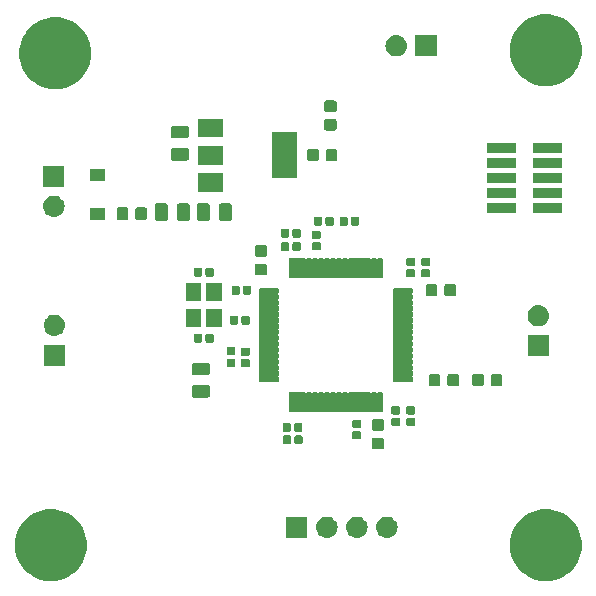
<source format=gbr>
G04 #@! TF.GenerationSoftware,KiCad,Pcbnew,(5.1.4)-1*
G04 #@! TF.CreationDate,2020-10-27T13:41:20+01:00*
G04 #@! TF.ProjectId,STm32f405xx board,53546d33-3266-4343-9035-787820626f61,rev?*
G04 #@! TF.SameCoordinates,Original*
G04 #@! TF.FileFunction,Soldermask,Top*
G04 #@! TF.FilePolarity,Negative*
%FSLAX46Y46*%
G04 Gerber Fmt 4.6, Leading zero omitted, Abs format (unit mm)*
G04 Created by KiCad (PCBNEW (5.1.4)-1) date 2020-10-27 13:41:20*
%MOMM*%
%LPD*%
G04 APERTURE LIST*
%ADD10C,0.100000*%
G04 APERTURE END LIST*
D10*
G36*
X125349943Y-94856248D02*
G01*
X125905189Y-95086238D01*
X126153347Y-95252052D01*
X126404899Y-95420134D01*
X126829866Y-95845101D01*
X126978440Y-96067458D01*
X127163762Y-96344811D01*
X127393752Y-96900057D01*
X127511000Y-97489501D01*
X127511000Y-98090499D01*
X127393752Y-98679943D01*
X127163762Y-99235189D01*
X127163761Y-99235190D01*
X126829866Y-99734899D01*
X126404899Y-100159866D01*
X126264573Y-100253629D01*
X125905189Y-100493762D01*
X125349943Y-100723752D01*
X124760499Y-100841000D01*
X124159501Y-100841000D01*
X123570057Y-100723752D01*
X123014811Y-100493762D01*
X122655427Y-100253629D01*
X122515101Y-100159866D01*
X122090134Y-99734899D01*
X121756239Y-99235190D01*
X121756238Y-99235189D01*
X121526248Y-98679943D01*
X121409000Y-98090499D01*
X121409000Y-97489501D01*
X121526248Y-96900057D01*
X121756238Y-96344811D01*
X121941560Y-96067458D01*
X122090134Y-95845101D01*
X122515101Y-95420134D01*
X122766653Y-95252052D01*
X123014811Y-95086238D01*
X123570057Y-94856248D01*
X124159501Y-94739000D01*
X124760499Y-94739000D01*
X125349943Y-94856248D01*
X125349943Y-94856248D01*
G37*
G36*
X83439943Y-94856248D02*
G01*
X83995189Y-95086238D01*
X84243347Y-95252052D01*
X84494899Y-95420134D01*
X84919866Y-95845101D01*
X85068440Y-96067458D01*
X85253762Y-96344811D01*
X85483752Y-96900057D01*
X85601000Y-97489501D01*
X85601000Y-98090499D01*
X85483752Y-98679943D01*
X85253762Y-99235189D01*
X85253761Y-99235190D01*
X84919866Y-99734899D01*
X84494899Y-100159866D01*
X84354573Y-100253629D01*
X83995189Y-100493762D01*
X83439943Y-100723752D01*
X82850499Y-100841000D01*
X82249501Y-100841000D01*
X81660057Y-100723752D01*
X81104811Y-100493762D01*
X80745427Y-100253629D01*
X80605101Y-100159866D01*
X80180134Y-99734899D01*
X79846239Y-99235190D01*
X79846238Y-99235189D01*
X79616248Y-98679943D01*
X79499000Y-98090499D01*
X79499000Y-97489501D01*
X79616248Y-96900057D01*
X79846238Y-96344811D01*
X80031560Y-96067458D01*
X80180134Y-95845101D01*
X80605101Y-95420134D01*
X80856653Y-95252052D01*
X81104811Y-95086238D01*
X81660057Y-94856248D01*
X82249501Y-94739000D01*
X82850499Y-94739000D01*
X83439943Y-94856248D01*
X83439943Y-94856248D01*
G37*
G36*
X111108443Y-95371519D02*
G01*
X111174627Y-95378037D01*
X111344466Y-95429557D01*
X111500991Y-95513222D01*
X111536729Y-95542552D01*
X111638186Y-95625814D01*
X111721448Y-95727271D01*
X111750778Y-95763009D01*
X111750779Y-95763011D01*
X111818825Y-95890314D01*
X111834443Y-95919534D01*
X111885963Y-96089373D01*
X111903359Y-96266000D01*
X111885963Y-96442627D01*
X111834443Y-96612466D01*
X111750778Y-96768991D01*
X111721448Y-96804729D01*
X111638186Y-96906186D01*
X111536729Y-96989448D01*
X111500991Y-97018778D01*
X111344466Y-97102443D01*
X111174627Y-97153963D01*
X111108443Y-97160481D01*
X111042260Y-97167000D01*
X110953740Y-97167000D01*
X110887557Y-97160481D01*
X110821373Y-97153963D01*
X110651534Y-97102443D01*
X110495009Y-97018778D01*
X110459271Y-96989448D01*
X110357814Y-96906186D01*
X110274552Y-96804729D01*
X110245222Y-96768991D01*
X110161557Y-96612466D01*
X110110037Y-96442627D01*
X110092641Y-96266000D01*
X110110037Y-96089373D01*
X110161557Y-95919534D01*
X110177176Y-95890314D01*
X110245221Y-95763011D01*
X110245222Y-95763009D01*
X110274552Y-95727271D01*
X110357814Y-95625814D01*
X110459271Y-95542552D01*
X110495009Y-95513222D01*
X110651534Y-95429557D01*
X110821373Y-95378037D01*
X110887557Y-95371519D01*
X110953740Y-95365000D01*
X111042260Y-95365000D01*
X111108443Y-95371519D01*
X111108443Y-95371519D01*
G37*
G36*
X108568443Y-95371519D02*
G01*
X108634627Y-95378037D01*
X108804466Y-95429557D01*
X108960991Y-95513222D01*
X108996729Y-95542552D01*
X109098186Y-95625814D01*
X109181448Y-95727271D01*
X109210778Y-95763009D01*
X109210779Y-95763011D01*
X109278825Y-95890314D01*
X109294443Y-95919534D01*
X109345963Y-96089373D01*
X109363359Y-96266000D01*
X109345963Y-96442627D01*
X109294443Y-96612466D01*
X109210778Y-96768991D01*
X109181448Y-96804729D01*
X109098186Y-96906186D01*
X108996729Y-96989448D01*
X108960991Y-97018778D01*
X108804466Y-97102443D01*
X108634627Y-97153963D01*
X108568443Y-97160481D01*
X108502260Y-97167000D01*
X108413740Y-97167000D01*
X108347557Y-97160481D01*
X108281373Y-97153963D01*
X108111534Y-97102443D01*
X107955009Y-97018778D01*
X107919271Y-96989448D01*
X107817814Y-96906186D01*
X107734552Y-96804729D01*
X107705222Y-96768991D01*
X107621557Y-96612466D01*
X107570037Y-96442627D01*
X107552641Y-96266000D01*
X107570037Y-96089373D01*
X107621557Y-95919534D01*
X107637176Y-95890314D01*
X107705221Y-95763011D01*
X107705222Y-95763009D01*
X107734552Y-95727271D01*
X107817814Y-95625814D01*
X107919271Y-95542552D01*
X107955009Y-95513222D01*
X108111534Y-95429557D01*
X108281373Y-95378037D01*
X108347557Y-95371519D01*
X108413740Y-95365000D01*
X108502260Y-95365000D01*
X108568443Y-95371519D01*
X108568443Y-95371519D01*
G37*
G36*
X106028443Y-95371519D02*
G01*
X106094627Y-95378037D01*
X106264466Y-95429557D01*
X106420991Y-95513222D01*
X106456729Y-95542552D01*
X106558186Y-95625814D01*
X106641448Y-95727271D01*
X106670778Y-95763009D01*
X106670779Y-95763011D01*
X106738825Y-95890314D01*
X106754443Y-95919534D01*
X106805963Y-96089373D01*
X106823359Y-96266000D01*
X106805963Y-96442627D01*
X106754443Y-96612466D01*
X106670778Y-96768991D01*
X106641448Y-96804729D01*
X106558186Y-96906186D01*
X106456729Y-96989448D01*
X106420991Y-97018778D01*
X106264466Y-97102443D01*
X106094627Y-97153963D01*
X106028443Y-97160481D01*
X105962260Y-97167000D01*
X105873740Y-97167000D01*
X105807557Y-97160481D01*
X105741373Y-97153963D01*
X105571534Y-97102443D01*
X105415009Y-97018778D01*
X105379271Y-96989448D01*
X105277814Y-96906186D01*
X105194552Y-96804729D01*
X105165222Y-96768991D01*
X105081557Y-96612466D01*
X105030037Y-96442627D01*
X105012641Y-96266000D01*
X105030037Y-96089373D01*
X105081557Y-95919534D01*
X105097176Y-95890314D01*
X105165221Y-95763011D01*
X105165222Y-95763009D01*
X105194552Y-95727271D01*
X105277814Y-95625814D01*
X105379271Y-95542552D01*
X105415009Y-95513222D01*
X105571534Y-95429557D01*
X105741373Y-95378037D01*
X105807557Y-95371519D01*
X105873740Y-95365000D01*
X105962260Y-95365000D01*
X106028443Y-95371519D01*
X106028443Y-95371519D01*
G37*
G36*
X104279000Y-97167000D02*
G01*
X102477000Y-97167000D01*
X102477000Y-95365000D01*
X104279000Y-95365000D01*
X104279000Y-97167000D01*
X104279000Y-97167000D01*
G37*
G36*
X110615591Y-88695085D02*
G01*
X110649569Y-88705393D01*
X110680890Y-88722134D01*
X110708339Y-88744661D01*
X110730866Y-88772110D01*
X110747607Y-88803431D01*
X110757915Y-88837409D01*
X110762000Y-88878890D01*
X110762000Y-89480110D01*
X110757915Y-89521591D01*
X110747607Y-89555569D01*
X110730866Y-89586890D01*
X110708339Y-89614339D01*
X110680890Y-89636866D01*
X110649569Y-89653607D01*
X110615591Y-89663915D01*
X110574110Y-89668000D01*
X109897890Y-89668000D01*
X109856409Y-89663915D01*
X109822431Y-89653607D01*
X109791110Y-89636866D01*
X109763661Y-89614339D01*
X109741134Y-89586890D01*
X109724393Y-89555569D01*
X109714085Y-89521591D01*
X109710000Y-89480110D01*
X109710000Y-88878890D01*
X109714085Y-88837409D01*
X109724393Y-88803431D01*
X109741134Y-88772110D01*
X109763661Y-88744661D01*
X109791110Y-88722134D01*
X109822431Y-88705393D01*
X109856409Y-88695085D01*
X109897890Y-88691000D01*
X110574110Y-88691000D01*
X110615591Y-88695085D01*
X110615591Y-88695085D01*
G37*
G36*
X103777038Y-88506316D02*
G01*
X103797657Y-88512571D01*
X103816653Y-88522724D01*
X103833308Y-88536392D01*
X103846976Y-88553047D01*
X103857129Y-88572043D01*
X103863384Y-88592662D01*
X103866100Y-88620240D01*
X103866100Y-89128960D01*
X103863384Y-89156538D01*
X103857129Y-89177157D01*
X103846976Y-89196153D01*
X103833308Y-89212808D01*
X103816653Y-89226476D01*
X103797657Y-89236629D01*
X103777038Y-89242884D01*
X103749460Y-89245600D01*
X103290740Y-89245600D01*
X103263162Y-89242884D01*
X103242543Y-89236629D01*
X103223547Y-89226476D01*
X103206892Y-89212808D01*
X103193224Y-89196153D01*
X103183071Y-89177157D01*
X103176816Y-89156538D01*
X103174100Y-89128960D01*
X103174100Y-88620240D01*
X103176816Y-88592662D01*
X103183071Y-88572043D01*
X103193224Y-88553047D01*
X103206892Y-88536392D01*
X103223547Y-88522724D01*
X103242543Y-88512571D01*
X103263162Y-88506316D01*
X103290740Y-88503600D01*
X103749460Y-88503600D01*
X103777038Y-88506316D01*
X103777038Y-88506316D01*
G37*
G36*
X102807038Y-88506316D02*
G01*
X102827657Y-88512571D01*
X102846653Y-88522724D01*
X102863308Y-88536392D01*
X102876976Y-88553047D01*
X102887129Y-88572043D01*
X102893384Y-88592662D01*
X102896100Y-88620240D01*
X102896100Y-89128960D01*
X102893384Y-89156538D01*
X102887129Y-89177157D01*
X102876976Y-89196153D01*
X102863308Y-89212808D01*
X102846653Y-89226476D01*
X102827657Y-89236629D01*
X102807038Y-89242884D01*
X102779460Y-89245600D01*
X102320740Y-89245600D01*
X102293162Y-89242884D01*
X102272543Y-89236629D01*
X102253547Y-89226476D01*
X102236892Y-89212808D01*
X102223224Y-89196153D01*
X102213071Y-89177157D01*
X102206816Y-89156538D01*
X102204100Y-89128960D01*
X102204100Y-88620240D01*
X102206816Y-88592662D01*
X102213071Y-88572043D01*
X102223224Y-88553047D01*
X102236892Y-88536392D01*
X102253547Y-88522724D01*
X102272543Y-88512571D01*
X102293162Y-88506316D01*
X102320740Y-88503600D01*
X102779460Y-88503600D01*
X102807038Y-88506316D01*
X102807038Y-88506316D01*
G37*
G36*
X108739938Y-88152716D02*
G01*
X108760557Y-88158971D01*
X108779553Y-88169124D01*
X108796208Y-88182792D01*
X108809876Y-88199447D01*
X108820029Y-88218443D01*
X108826284Y-88239062D01*
X108829000Y-88266640D01*
X108829000Y-88725360D01*
X108826284Y-88752938D01*
X108820029Y-88773557D01*
X108809876Y-88792553D01*
X108796208Y-88809208D01*
X108779553Y-88822876D01*
X108760557Y-88833029D01*
X108739938Y-88839284D01*
X108712360Y-88842000D01*
X108203640Y-88842000D01*
X108176062Y-88839284D01*
X108155443Y-88833029D01*
X108136447Y-88822876D01*
X108119792Y-88809208D01*
X108106124Y-88792553D01*
X108095971Y-88773557D01*
X108089716Y-88752938D01*
X108087000Y-88725360D01*
X108087000Y-88266640D01*
X108089716Y-88239062D01*
X108095971Y-88218443D01*
X108106124Y-88199447D01*
X108119792Y-88182792D01*
X108136447Y-88169124D01*
X108155443Y-88158971D01*
X108176062Y-88152716D01*
X108203640Y-88150000D01*
X108712360Y-88150000D01*
X108739938Y-88152716D01*
X108739938Y-88152716D01*
G37*
G36*
X102781638Y-87452216D02*
G01*
X102802257Y-87458471D01*
X102821253Y-87468624D01*
X102837908Y-87482292D01*
X102851576Y-87498947D01*
X102861729Y-87517943D01*
X102867984Y-87538562D01*
X102870700Y-87566140D01*
X102870700Y-88074860D01*
X102867984Y-88102438D01*
X102861729Y-88123057D01*
X102851576Y-88142053D01*
X102837908Y-88158708D01*
X102821253Y-88172376D01*
X102802257Y-88182529D01*
X102781638Y-88188784D01*
X102754060Y-88191500D01*
X102295340Y-88191500D01*
X102267762Y-88188784D01*
X102247143Y-88182529D01*
X102228147Y-88172376D01*
X102211492Y-88158708D01*
X102197824Y-88142053D01*
X102187671Y-88123057D01*
X102181416Y-88102438D01*
X102178700Y-88074860D01*
X102178700Y-87566140D01*
X102181416Y-87538562D01*
X102187671Y-87517943D01*
X102197824Y-87498947D01*
X102211492Y-87482292D01*
X102228147Y-87468624D01*
X102247143Y-87458471D01*
X102267762Y-87452216D01*
X102295340Y-87449500D01*
X102754060Y-87449500D01*
X102781638Y-87452216D01*
X102781638Y-87452216D01*
G37*
G36*
X103751638Y-87452216D02*
G01*
X103772257Y-87458471D01*
X103791253Y-87468624D01*
X103807908Y-87482292D01*
X103821576Y-87498947D01*
X103831729Y-87517943D01*
X103837984Y-87538562D01*
X103840700Y-87566140D01*
X103840700Y-88074860D01*
X103837984Y-88102438D01*
X103831729Y-88123057D01*
X103821576Y-88142053D01*
X103807908Y-88158708D01*
X103791253Y-88172376D01*
X103772257Y-88182529D01*
X103751638Y-88188784D01*
X103724060Y-88191500D01*
X103265340Y-88191500D01*
X103237762Y-88188784D01*
X103217143Y-88182529D01*
X103198147Y-88172376D01*
X103181492Y-88158708D01*
X103167824Y-88142053D01*
X103157671Y-88123057D01*
X103151416Y-88102438D01*
X103148700Y-88074860D01*
X103148700Y-87566140D01*
X103151416Y-87538562D01*
X103157671Y-87517943D01*
X103167824Y-87498947D01*
X103181492Y-87482292D01*
X103198147Y-87468624D01*
X103217143Y-87458471D01*
X103237762Y-87452216D01*
X103265340Y-87449500D01*
X103724060Y-87449500D01*
X103751638Y-87452216D01*
X103751638Y-87452216D01*
G37*
G36*
X110615591Y-87120085D02*
G01*
X110649569Y-87130393D01*
X110680890Y-87147134D01*
X110708339Y-87169661D01*
X110730866Y-87197110D01*
X110747607Y-87228431D01*
X110757915Y-87262409D01*
X110762000Y-87303890D01*
X110762000Y-87905110D01*
X110757915Y-87946591D01*
X110747607Y-87980569D01*
X110730866Y-88011890D01*
X110708339Y-88039339D01*
X110680890Y-88061866D01*
X110649569Y-88078607D01*
X110615591Y-88088915D01*
X110574110Y-88093000D01*
X109897890Y-88093000D01*
X109856409Y-88088915D01*
X109822431Y-88078607D01*
X109791110Y-88061866D01*
X109763661Y-88039339D01*
X109741134Y-88011890D01*
X109724393Y-87980569D01*
X109714085Y-87946591D01*
X109710000Y-87905110D01*
X109710000Y-87303890D01*
X109714085Y-87262409D01*
X109724393Y-87228431D01*
X109741134Y-87197110D01*
X109763661Y-87169661D01*
X109791110Y-87147134D01*
X109822431Y-87130393D01*
X109856409Y-87120085D01*
X109897890Y-87116000D01*
X110574110Y-87116000D01*
X110615591Y-87120085D01*
X110615591Y-87120085D01*
G37*
G36*
X108739938Y-87182716D02*
G01*
X108760557Y-87188971D01*
X108779553Y-87199124D01*
X108796208Y-87212792D01*
X108809876Y-87229447D01*
X108820029Y-87248443D01*
X108826284Y-87269062D01*
X108829000Y-87296640D01*
X108829000Y-87755360D01*
X108826284Y-87782938D01*
X108820029Y-87803557D01*
X108809876Y-87822553D01*
X108796208Y-87839208D01*
X108779553Y-87852876D01*
X108760557Y-87863029D01*
X108739938Y-87869284D01*
X108712360Y-87872000D01*
X108203640Y-87872000D01*
X108176062Y-87869284D01*
X108155443Y-87863029D01*
X108136447Y-87852876D01*
X108119792Y-87839208D01*
X108106124Y-87822553D01*
X108095971Y-87803557D01*
X108089716Y-87782938D01*
X108087000Y-87755360D01*
X108087000Y-87296640D01*
X108089716Y-87269062D01*
X108095971Y-87248443D01*
X108106124Y-87229447D01*
X108119792Y-87212792D01*
X108136447Y-87199124D01*
X108155443Y-87188971D01*
X108176062Y-87182716D01*
X108203640Y-87180000D01*
X108712360Y-87180000D01*
X108739938Y-87182716D01*
X108739938Y-87182716D01*
G37*
G36*
X112041938Y-87009716D02*
G01*
X112062557Y-87015971D01*
X112081553Y-87026124D01*
X112098208Y-87039792D01*
X112111876Y-87056447D01*
X112122029Y-87075443D01*
X112128284Y-87096062D01*
X112131000Y-87123640D01*
X112131000Y-87582360D01*
X112128284Y-87609938D01*
X112122029Y-87630557D01*
X112111876Y-87649553D01*
X112098208Y-87666208D01*
X112081553Y-87679876D01*
X112062557Y-87690029D01*
X112041938Y-87696284D01*
X112014360Y-87699000D01*
X111505640Y-87699000D01*
X111478062Y-87696284D01*
X111457443Y-87690029D01*
X111438447Y-87679876D01*
X111421792Y-87666208D01*
X111408124Y-87649553D01*
X111397971Y-87630557D01*
X111391716Y-87609938D01*
X111389000Y-87582360D01*
X111389000Y-87123640D01*
X111391716Y-87096062D01*
X111397971Y-87075443D01*
X111408124Y-87056447D01*
X111421792Y-87039792D01*
X111438447Y-87026124D01*
X111457443Y-87015971D01*
X111478062Y-87009716D01*
X111505640Y-87007000D01*
X112014360Y-87007000D01*
X112041938Y-87009716D01*
X112041938Y-87009716D01*
G37*
G36*
X113311938Y-87009716D02*
G01*
X113332557Y-87015971D01*
X113351553Y-87026124D01*
X113368208Y-87039792D01*
X113381876Y-87056447D01*
X113392029Y-87075443D01*
X113398284Y-87096062D01*
X113401000Y-87123640D01*
X113401000Y-87582360D01*
X113398284Y-87609938D01*
X113392029Y-87630557D01*
X113381876Y-87649553D01*
X113368208Y-87666208D01*
X113351553Y-87679876D01*
X113332557Y-87690029D01*
X113311938Y-87696284D01*
X113284360Y-87699000D01*
X112775640Y-87699000D01*
X112748062Y-87696284D01*
X112727443Y-87690029D01*
X112708447Y-87679876D01*
X112691792Y-87666208D01*
X112678124Y-87649553D01*
X112667971Y-87630557D01*
X112661716Y-87609938D01*
X112659000Y-87582360D01*
X112659000Y-87123640D01*
X112661716Y-87096062D01*
X112667971Y-87075443D01*
X112678124Y-87056447D01*
X112691792Y-87039792D01*
X112708447Y-87026124D01*
X112727443Y-87015971D01*
X112748062Y-87009716D01*
X112775640Y-87007000D01*
X113284360Y-87007000D01*
X113311938Y-87009716D01*
X113311938Y-87009716D01*
G37*
G36*
X113311938Y-86039716D02*
G01*
X113332557Y-86045971D01*
X113351553Y-86056124D01*
X113368208Y-86069792D01*
X113381876Y-86086447D01*
X113392029Y-86105443D01*
X113398284Y-86126062D01*
X113401000Y-86153640D01*
X113401000Y-86612360D01*
X113398284Y-86639938D01*
X113392029Y-86660557D01*
X113381876Y-86679553D01*
X113368208Y-86696208D01*
X113351553Y-86709876D01*
X113332557Y-86720029D01*
X113311938Y-86726284D01*
X113284360Y-86729000D01*
X112775640Y-86729000D01*
X112748062Y-86726284D01*
X112727443Y-86720029D01*
X112708447Y-86709876D01*
X112691792Y-86696208D01*
X112678124Y-86679553D01*
X112667971Y-86660557D01*
X112661716Y-86639938D01*
X112659000Y-86612360D01*
X112659000Y-86153640D01*
X112661716Y-86126062D01*
X112667971Y-86105443D01*
X112678124Y-86086447D01*
X112691792Y-86069792D01*
X112708447Y-86056124D01*
X112727443Y-86045971D01*
X112748062Y-86039716D01*
X112775640Y-86037000D01*
X113284360Y-86037000D01*
X113311938Y-86039716D01*
X113311938Y-86039716D01*
G37*
G36*
X112041938Y-86039716D02*
G01*
X112062557Y-86045971D01*
X112081553Y-86056124D01*
X112098208Y-86069792D01*
X112111876Y-86086447D01*
X112122029Y-86105443D01*
X112128284Y-86126062D01*
X112131000Y-86153640D01*
X112131000Y-86612360D01*
X112128284Y-86639938D01*
X112122029Y-86660557D01*
X112111876Y-86679553D01*
X112098208Y-86696208D01*
X112081553Y-86709876D01*
X112062557Y-86720029D01*
X112041938Y-86726284D01*
X112014360Y-86729000D01*
X111505640Y-86729000D01*
X111478062Y-86726284D01*
X111457443Y-86720029D01*
X111438447Y-86709876D01*
X111421792Y-86696208D01*
X111408124Y-86679553D01*
X111397971Y-86660557D01*
X111391716Y-86639938D01*
X111389000Y-86612360D01*
X111389000Y-86153640D01*
X111391716Y-86126062D01*
X111397971Y-86105443D01*
X111408124Y-86086447D01*
X111421792Y-86069792D01*
X111438447Y-86056124D01*
X111457443Y-86045971D01*
X111478062Y-86039716D01*
X111505640Y-86037000D01*
X112014360Y-86037000D01*
X112041938Y-86039716D01*
X112041938Y-86039716D01*
G37*
G36*
X103100295Y-84860323D02*
G01*
X103107309Y-84862451D01*
X103121077Y-84869810D01*
X103143716Y-84879187D01*
X103167749Y-84883967D01*
X103192253Y-84883967D01*
X103216286Y-84879186D01*
X103238923Y-84869810D01*
X103252691Y-84862451D01*
X103259705Y-84860323D01*
X103273140Y-84859000D01*
X103586860Y-84859000D01*
X103600295Y-84860323D01*
X103607309Y-84862451D01*
X103621077Y-84869810D01*
X103643716Y-84879187D01*
X103667749Y-84883967D01*
X103692253Y-84883967D01*
X103716286Y-84879186D01*
X103738923Y-84869810D01*
X103752691Y-84862451D01*
X103759705Y-84860323D01*
X103773140Y-84859000D01*
X104086860Y-84859000D01*
X104100295Y-84860323D01*
X104107309Y-84862451D01*
X104121077Y-84869810D01*
X104143716Y-84879187D01*
X104167749Y-84883967D01*
X104192253Y-84883967D01*
X104216286Y-84879186D01*
X104238923Y-84869810D01*
X104252691Y-84862451D01*
X104259705Y-84860323D01*
X104273140Y-84859000D01*
X104586860Y-84859000D01*
X104600295Y-84860323D01*
X104607309Y-84862451D01*
X104621077Y-84869810D01*
X104643716Y-84879187D01*
X104667749Y-84883967D01*
X104692253Y-84883967D01*
X104716286Y-84879186D01*
X104738923Y-84869810D01*
X104752691Y-84862451D01*
X104759705Y-84860323D01*
X104773140Y-84859000D01*
X105086860Y-84859000D01*
X105100295Y-84860323D01*
X105107309Y-84862451D01*
X105121077Y-84869810D01*
X105143716Y-84879187D01*
X105167749Y-84883967D01*
X105192253Y-84883967D01*
X105216286Y-84879186D01*
X105238923Y-84869810D01*
X105252691Y-84862451D01*
X105259705Y-84860323D01*
X105273140Y-84859000D01*
X105586860Y-84859000D01*
X105600295Y-84860323D01*
X105607309Y-84862451D01*
X105621077Y-84869810D01*
X105643716Y-84879187D01*
X105667749Y-84883967D01*
X105692253Y-84883967D01*
X105716286Y-84879186D01*
X105738923Y-84869810D01*
X105752691Y-84862451D01*
X105759705Y-84860323D01*
X105773140Y-84859000D01*
X106086860Y-84859000D01*
X106100295Y-84860323D01*
X106107309Y-84862451D01*
X106121077Y-84869810D01*
X106143716Y-84879187D01*
X106167749Y-84883967D01*
X106192253Y-84883967D01*
X106216286Y-84879186D01*
X106238923Y-84869810D01*
X106252691Y-84862451D01*
X106259705Y-84860323D01*
X106273140Y-84859000D01*
X106586860Y-84859000D01*
X106600295Y-84860323D01*
X106607309Y-84862451D01*
X106621077Y-84869810D01*
X106643716Y-84879187D01*
X106667749Y-84883967D01*
X106692253Y-84883967D01*
X106716286Y-84879186D01*
X106738923Y-84869810D01*
X106752691Y-84862451D01*
X106759705Y-84860323D01*
X106773140Y-84859000D01*
X107086860Y-84859000D01*
X107100295Y-84860323D01*
X107107309Y-84862451D01*
X107121077Y-84869810D01*
X107143716Y-84879187D01*
X107167749Y-84883967D01*
X107192253Y-84883967D01*
X107216286Y-84879186D01*
X107238923Y-84869810D01*
X107252691Y-84862451D01*
X107259705Y-84860323D01*
X107273140Y-84859000D01*
X107586860Y-84859000D01*
X107600295Y-84860323D01*
X107607309Y-84862451D01*
X107621077Y-84869810D01*
X107643716Y-84879187D01*
X107667749Y-84883967D01*
X107692253Y-84883967D01*
X107716286Y-84879186D01*
X107738923Y-84869810D01*
X107752691Y-84862451D01*
X107759705Y-84860323D01*
X107773140Y-84859000D01*
X108086860Y-84859000D01*
X108100295Y-84860323D01*
X108107309Y-84862451D01*
X108121077Y-84869810D01*
X108143716Y-84879187D01*
X108167749Y-84883967D01*
X108192253Y-84883967D01*
X108216286Y-84879186D01*
X108238923Y-84869810D01*
X108252691Y-84862451D01*
X108259705Y-84860323D01*
X108273140Y-84859000D01*
X108586860Y-84859000D01*
X108600295Y-84860323D01*
X108607309Y-84862451D01*
X108621077Y-84869810D01*
X108643716Y-84879187D01*
X108667749Y-84883967D01*
X108692253Y-84883967D01*
X108716286Y-84879186D01*
X108738923Y-84869810D01*
X108752691Y-84862451D01*
X108759705Y-84860323D01*
X108773140Y-84859000D01*
X109086860Y-84859000D01*
X109100295Y-84860323D01*
X109107309Y-84862451D01*
X109121077Y-84869810D01*
X109143716Y-84879187D01*
X109167749Y-84883967D01*
X109192253Y-84883967D01*
X109216286Y-84879186D01*
X109238923Y-84869810D01*
X109252691Y-84862451D01*
X109259705Y-84860323D01*
X109273140Y-84859000D01*
X109586860Y-84859000D01*
X109600295Y-84860323D01*
X109607309Y-84862451D01*
X109621077Y-84869810D01*
X109643716Y-84879187D01*
X109667749Y-84883967D01*
X109692253Y-84883967D01*
X109716286Y-84879186D01*
X109738923Y-84869810D01*
X109752691Y-84862451D01*
X109759705Y-84860323D01*
X109773140Y-84859000D01*
X110086860Y-84859000D01*
X110100295Y-84860323D01*
X110107309Y-84862451D01*
X110121077Y-84869810D01*
X110143716Y-84879187D01*
X110167749Y-84883967D01*
X110192253Y-84883967D01*
X110216286Y-84879186D01*
X110238923Y-84869810D01*
X110252691Y-84862451D01*
X110259705Y-84860323D01*
X110273140Y-84859000D01*
X110586860Y-84859000D01*
X110600295Y-84860323D01*
X110607310Y-84862451D01*
X110613776Y-84865908D01*
X110619442Y-84870558D01*
X110624092Y-84876224D01*
X110627549Y-84882690D01*
X110629677Y-84889705D01*
X110631000Y-84903140D01*
X110631000Y-86466860D01*
X110629677Y-86480295D01*
X110627549Y-86487310D01*
X110624092Y-86493776D01*
X110619442Y-86499442D01*
X110613776Y-86504092D01*
X110607310Y-86507549D01*
X110600295Y-86509677D01*
X110586860Y-86511000D01*
X110273140Y-86511000D01*
X110259705Y-86509677D01*
X110252691Y-86507549D01*
X110238923Y-86500190D01*
X110216284Y-86490813D01*
X110192251Y-86486033D01*
X110167747Y-86486033D01*
X110143714Y-86490814D01*
X110121077Y-86500190D01*
X110107309Y-86507549D01*
X110100295Y-86509677D01*
X110086860Y-86511000D01*
X109773140Y-86511000D01*
X109759705Y-86509677D01*
X109752691Y-86507549D01*
X109738923Y-86500190D01*
X109716284Y-86490813D01*
X109692251Y-86486033D01*
X109667747Y-86486033D01*
X109643714Y-86490814D01*
X109621077Y-86500190D01*
X109607309Y-86507549D01*
X109600295Y-86509677D01*
X109586860Y-86511000D01*
X109273140Y-86511000D01*
X109259705Y-86509677D01*
X109252691Y-86507549D01*
X109238923Y-86500190D01*
X109216284Y-86490813D01*
X109192251Y-86486033D01*
X109167747Y-86486033D01*
X109143714Y-86490814D01*
X109121077Y-86500190D01*
X109107309Y-86507549D01*
X109100295Y-86509677D01*
X109086860Y-86511000D01*
X108773140Y-86511000D01*
X108759705Y-86509677D01*
X108752691Y-86507549D01*
X108738923Y-86500190D01*
X108716284Y-86490813D01*
X108692251Y-86486033D01*
X108667747Y-86486033D01*
X108643714Y-86490814D01*
X108621077Y-86500190D01*
X108607309Y-86507549D01*
X108600295Y-86509677D01*
X108586860Y-86511000D01*
X108273140Y-86511000D01*
X108259705Y-86509677D01*
X108252691Y-86507549D01*
X108238923Y-86500190D01*
X108216284Y-86490813D01*
X108192251Y-86486033D01*
X108167747Y-86486033D01*
X108143714Y-86490814D01*
X108121077Y-86500190D01*
X108107309Y-86507549D01*
X108100295Y-86509677D01*
X108086860Y-86511000D01*
X107773140Y-86511000D01*
X107759705Y-86509677D01*
X107752691Y-86507549D01*
X107738923Y-86500190D01*
X107716284Y-86490813D01*
X107692251Y-86486033D01*
X107667747Y-86486033D01*
X107643714Y-86490814D01*
X107621077Y-86500190D01*
X107607309Y-86507549D01*
X107600295Y-86509677D01*
X107586860Y-86511000D01*
X107273140Y-86511000D01*
X107259705Y-86509677D01*
X107252691Y-86507549D01*
X107238923Y-86500190D01*
X107216284Y-86490813D01*
X107192251Y-86486033D01*
X107167747Y-86486033D01*
X107143714Y-86490814D01*
X107121077Y-86500190D01*
X107107309Y-86507549D01*
X107100295Y-86509677D01*
X107086860Y-86511000D01*
X106773140Y-86511000D01*
X106759705Y-86509677D01*
X106752691Y-86507549D01*
X106738923Y-86500190D01*
X106716284Y-86490813D01*
X106692251Y-86486033D01*
X106667747Y-86486033D01*
X106643714Y-86490814D01*
X106621077Y-86500190D01*
X106607309Y-86507549D01*
X106600295Y-86509677D01*
X106586860Y-86511000D01*
X106273140Y-86511000D01*
X106259705Y-86509677D01*
X106252691Y-86507549D01*
X106238923Y-86500190D01*
X106216284Y-86490813D01*
X106192251Y-86486033D01*
X106167747Y-86486033D01*
X106143714Y-86490814D01*
X106121077Y-86500190D01*
X106107309Y-86507549D01*
X106100295Y-86509677D01*
X106086860Y-86511000D01*
X105773140Y-86511000D01*
X105759705Y-86509677D01*
X105752691Y-86507549D01*
X105738923Y-86500190D01*
X105716284Y-86490813D01*
X105692251Y-86486033D01*
X105667747Y-86486033D01*
X105643714Y-86490814D01*
X105621077Y-86500190D01*
X105607309Y-86507549D01*
X105600295Y-86509677D01*
X105586860Y-86511000D01*
X105273140Y-86511000D01*
X105259705Y-86509677D01*
X105252691Y-86507549D01*
X105238923Y-86500190D01*
X105216284Y-86490813D01*
X105192251Y-86486033D01*
X105167747Y-86486033D01*
X105143714Y-86490814D01*
X105121077Y-86500190D01*
X105107309Y-86507549D01*
X105100295Y-86509677D01*
X105086860Y-86511000D01*
X104773140Y-86511000D01*
X104759705Y-86509677D01*
X104752691Y-86507549D01*
X104738923Y-86500190D01*
X104716284Y-86490813D01*
X104692251Y-86486033D01*
X104667747Y-86486033D01*
X104643714Y-86490814D01*
X104621077Y-86500190D01*
X104607309Y-86507549D01*
X104600295Y-86509677D01*
X104586860Y-86511000D01*
X104273140Y-86511000D01*
X104259705Y-86509677D01*
X104252691Y-86507549D01*
X104238923Y-86500190D01*
X104216284Y-86490813D01*
X104192251Y-86486033D01*
X104167747Y-86486033D01*
X104143714Y-86490814D01*
X104121077Y-86500190D01*
X104107309Y-86507549D01*
X104100295Y-86509677D01*
X104086860Y-86511000D01*
X103773140Y-86511000D01*
X103759705Y-86509677D01*
X103752691Y-86507549D01*
X103738923Y-86500190D01*
X103716284Y-86490813D01*
X103692251Y-86486033D01*
X103667747Y-86486033D01*
X103643714Y-86490814D01*
X103621077Y-86500190D01*
X103607309Y-86507549D01*
X103600295Y-86509677D01*
X103586860Y-86511000D01*
X103273140Y-86511000D01*
X103259705Y-86509677D01*
X103252691Y-86507549D01*
X103238923Y-86500190D01*
X103216284Y-86490813D01*
X103192251Y-86486033D01*
X103167747Y-86486033D01*
X103143714Y-86490814D01*
X103121077Y-86500190D01*
X103107309Y-86507549D01*
X103100295Y-86509677D01*
X103086860Y-86511000D01*
X102773140Y-86511000D01*
X102759705Y-86509677D01*
X102752690Y-86507549D01*
X102746224Y-86504092D01*
X102740558Y-86499442D01*
X102735908Y-86493776D01*
X102732451Y-86487310D01*
X102730323Y-86480295D01*
X102729000Y-86466860D01*
X102729000Y-84903140D01*
X102730323Y-84889705D01*
X102732451Y-84882690D01*
X102735908Y-84876224D01*
X102740558Y-84870558D01*
X102746224Y-84865908D01*
X102752690Y-84862451D01*
X102759705Y-84860323D01*
X102773140Y-84859000D01*
X103086860Y-84859000D01*
X103100295Y-84860323D01*
X103100295Y-84860323D01*
G37*
G36*
X95834468Y-84223565D02*
G01*
X95873138Y-84235296D01*
X95908777Y-84254346D01*
X95940017Y-84279983D01*
X95965654Y-84311223D01*
X95984704Y-84346862D01*
X95996435Y-84385532D01*
X96001000Y-84431888D01*
X96001000Y-85083112D01*
X95996435Y-85129468D01*
X95984704Y-85168138D01*
X95965654Y-85203777D01*
X95940017Y-85235017D01*
X95908777Y-85260654D01*
X95873138Y-85279704D01*
X95834468Y-85291435D01*
X95788112Y-85296000D01*
X94711888Y-85296000D01*
X94665532Y-85291435D01*
X94626862Y-85279704D01*
X94591223Y-85260654D01*
X94559983Y-85235017D01*
X94534346Y-85203777D01*
X94515296Y-85168138D01*
X94503565Y-85129468D01*
X94499000Y-85083112D01*
X94499000Y-84431888D01*
X94503565Y-84385532D01*
X94515296Y-84346862D01*
X94534346Y-84311223D01*
X94559983Y-84279983D01*
X94591223Y-84254346D01*
X94626862Y-84235296D01*
X94665532Y-84223565D01*
X94711888Y-84219000D01*
X95788112Y-84219000D01*
X95834468Y-84223565D01*
X95834468Y-84223565D01*
G37*
G36*
X119061591Y-83298085D02*
G01*
X119095569Y-83308393D01*
X119126890Y-83325134D01*
X119154339Y-83347661D01*
X119176866Y-83375110D01*
X119193607Y-83406431D01*
X119203915Y-83440409D01*
X119208000Y-83481890D01*
X119208000Y-84158110D01*
X119203915Y-84199591D01*
X119193607Y-84233569D01*
X119176866Y-84264890D01*
X119154339Y-84292339D01*
X119126890Y-84314866D01*
X119095569Y-84331607D01*
X119061591Y-84341915D01*
X119020110Y-84346000D01*
X118418890Y-84346000D01*
X118377409Y-84341915D01*
X118343431Y-84331607D01*
X118312110Y-84314866D01*
X118284661Y-84292339D01*
X118262134Y-84264890D01*
X118245393Y-84233569D01*
X118235085Y-84199591D01*
X118231000Y-84158110D01*
X118231000Y-83481890D01*
X118235085Y-83440409D01*
X118245393Y-83406431D01*
X118262134Y-83375110D01*
X118284661Y-83347661D01*
X118312110Y-83325134D01*
X118343431Y-83308393D01*
X118377409Y-83298085D01*
X118418890Y-83294000D01*
X119020110Y-83294000D01*
X119061591Y-83298085D01*
X119061591Y-83298085D01*
G37*
G36*
X116953591Y-83298085D02*
G01*
X116987569Y-83308393D01*
X117018890Y-83325134D01*
X117046339Y-83347661D01*
X117068866Y-83375110D01*
X117085607Y-83406431D01*
X117095915Y-83440409D01*
X117100000Y-83481890D01*
X117100000Y-84158110D01*
X117095915Y-84199591D01*
X117085607Y-84233569D01*
X117068866Y-84264890D01*
X117046339Y-84292339D01*
X117018890Y-84314866D01*
X116987569Y-84331607D01*
X116953591Y-84341915D01*
X116912110Y-84346000D01*
X116310890Y-84346000D01*
X116269409Y-84341915D01*
X116235431Y-84331607D01*
X116204110Y-84314866D01*
X116176661Y-84292339D01*
X116154134Y-84264890D01*
X116137393Y-84233569D01*
X116127085Y-84199591D01*
X116123000Y-84158110D01*
X116123000Y-83481890D01*
X116127085Y-83440409D01*
X116137393Y-83406431D01*
X116154134Y-83375110D01*
X116176661Y-83347661D01*
X116204110Y-83325134D01*
X116235431Y-83308393D01*
X116269409Y-83298085D01*
X116310890Y-83294000D01*
X116912110Y-83294000D01*
X116953591Y-83298085D01*
X116953591Y-83298085D01*
G37*
G36*
X115378591Y-83298085D02*
G01*
X115412569Y-83308393D01*
X115443890Y-83325134D01*
X115471339Y-83347661D01*
X115493866Y-83375110D01*
X115510607Y-83406431D01*
X115520915Y-83440409D01*
X115525000Y-83481890D01*
X115525000Y-84158110D01*
X115520915Y-84199591D01*
X115510607Y-84233569D01*
X115493866Y-84264890D01*
X115471339Y-84292339D01*
X115443890Y-84314866D01*
X115412569Y-84331607D01*
X115378591Y-84341915D01*
X115337110Y-84346000D01*
X114735890Y-84346000D01*
X114694409Y-84341915D01*
X114660431Y-84331607D01*
X114629110Y-84314866D01*
X114601661Y-84292339D01*
X114579134Y-84264890D01*
X114562393Y-84233569D01*
X114552085Y-84199591D01*
X114548000Y-84158110D01*
X114548000Y-83481890D01*
X114552085Y-83440409D01*
X114562393Y-83406431D01*
X114579134Y-83375110D01*
X114601661Y-83347661D01*
X114629110Y-83325134D01*
X114660431Y-83308393D01*
X114694409Y-83298085D01*
X114735890Y-83294000D01*
X115337110Y-83294000D01*
X115378591Y-83298085D01*
X115378591Y-83298085D01*
G37*
G36*
X120636591Y-83298085D02*
G01*
X120670569Y-83308393D01*
X120701890Y-83325134D01*
X120729339Y-83347661D01*
X120751866Y-83375110D01*
X120768607Y-83406431D01*
X120778915Y-83440409D01*
X120783000Y-83481890D01*
X120783000Y-84158110D01*
X120778915Y-84199591D01*
X120768607Y-84233569D01*
X120751866Y-84264890D01*
X120729339Y-84292339D01*
X120701890Y-84314866D01*
X120670569Y-84331607D01*
X120636591Y-84341915D01*
X120595110Y-84346000D01*
X119993890Y-84346000D01*
X119952409Y-84341915D01*
X119918431Y-84331607D01*
X119887110Y-84314866D01*
X119859661Y-84292339D01*
X119837134Y-84264890D01*
X119820393Y-84233569D01*
X119810085Y-84199591D01*
X119806000Y-84158110D01*
X119806000Y-83481890D01*
X119810085Y-83440409D01*
X119820393Y-83406431D01*
X119837134Y-83375110D01*
X119859661Y-83347661D01*
X119887110Y-83325134D01*
X119918431Y-83308393D01*
X119952409Y-83298085D01*
X119993890Y-83294000D01*
X120595110Y-83294000D01*
X120636591Y-83298085D01*
X120636591Y-83298085D01*
G37*
G36*
X113150295Y-76060323D02*
G01*
X113157310Y-76062451D01*
X113163776Y-76065908D01*
X113169442Y-76070558D01*
X113174092Y-76076224D01*
X113177549Y-76082690D01*
X113179677Y-76089705D01*
X113181000Y-76103140D01*
X113181000Y-76416860D01*
X113179677Y-76430295D01*
X113177549Y-76437309D01*
X113170190Y-76451077D01*
X113160813Y-76473716D01*
X113156033Y-76497749D01*
X113156033Y-76522253D01*
X113160814Y-76546286D01*
X113170190Y-76568923D01*
X113177549Y-76582691D01*
X113179677Y-76589705D01*
X113181000Y-76603140D01*
X113181000Y-76916860D01*
X113179677Y-76930295D01*
X113177549Y-76937309D01*
X113170190Y-76951077D01*
X113160813Y-76973716D01*
X113156033Y-76997749D01*
X113156033Y-77022253D01*
X113160814Y-77046286D01*
X113170190Y-77068923D01*
X113177549Y-77082691D01*
X113179677Y-77089705D01*
X113181000Y-77103140D01*
X113181000Y-77416860D01*
X113179677Y-77430295D01*
X113177549Y-77437309D01*
X113170190Y-77451077D01*
X113160813Y-77473716D01*
X113156033Y-77497749D01*
X113156033Y-77522253D01*
X113160814Y-77546286D01*
X113170190Y-77568923D01*
X113177549Y-77582691D01*
X113179677Y-77589705D01*
X113181000Y-77603140D01*
X113181000Y-77916860D01*
X113179677Y-77930295D01*
X113177549Y-77937309D01*
X113170190Y-77951077D01*
X113160813Y-77973716D01*
X113156033Y-77997749D01*
X113156033Y-78022253D01*
X113160814Y-78046286D01*
X113170190Y-78068923D01*
X113177549Y-78082691D01*
X113179677Y-78089705D01*
X113181000Y-78103140D01*
X113181000Y-78416860D01*
X113179677Y-78430295D01*
X113177549Y-78437309D01*
X113170190Y-78451077D01*
X113160813Y-78473716D01*
X113156033Y-78497749D01*
X113156033Y-78522253D01*
X113160814Y-78546286D01*
X113170190Y-78568923D01*
X113177549Y-78582691D01*
X113179677Y-78589705D01*
X113181000Y-78603140D01*
X113181000Y-78916860D01*
X113179677Y-78930295D01*
X113177549Y-78937309D01*
X113170190Y-78951077D01*
X113160813Y-78973716D01*
X113156033Y-78997749D01*
X113156033Y-79022253D01*
X113160814Y-79046286D01*
X113170190Y-79068923D01*
X113177549Y-79082691D01*
X113179677Y-79089705D01*
X113181000Y-79103140D01*
X113181000Y-79416860D01*
X113179677Y-79430295D01*
X113177549Y-79437309D01*
X113170190Y-79451077D01*
X113160813Y-79473716D01*
X113156033Y-79497749D01*
X113156033Y-79522253D01*
X113160814Y-79546286D01*
X113170190Y-79568923D01*
X113177549Y-79582691D01*
X113179677Y-79589705D01*
X113181000Y-79603140D01*
X113181000Y-79916860D01*
X113179677Y-79930295D01*
X113177549Y-79937309D01*
X113170190Y-79951077D01*
X113160813Y-79973716D01*
X113156033Y-79997749D01*
X113156033Y-80022253D01*
X113160814Y-80046286D01*
X113170190Y-80068923D01*
X113177549Y-80082691D01*
X113179677Y-80089705D01*
X113181000Y-80103140D01*
X113181000Y-80416860D01*
X113179677Y-80430295D01*
X113177549Y-80437309D01*
X113170190Y-80451077D01*
X113160813Y-80473716D01*
X113156033Y-80497749D01*
X113156033Y-80522253D01*
X113160814Y-80546286D01*
X113170190Y-80568923D01*
X113177549Y-80582691D01*
X113179677Y-80589705D01*
X113181000Y-80603140D01*
X113181000Y-80916860D01*
X113179677Y-80930295D01*
X113177549Y-80937309D01*
X113170190Y-80951077D01*
X113160813Y-80973716D01*
X113156033Y-80997749D01*
X113156033Y-81022253D01*
X113160814Y-81046286D01*
X113170190Y-81068923D01*
X113177549Y-81082691D01*
X113179677Y-81089705D01*
X113181000Y-81103140D01*
X113181000Y-81416860D01*
X113179677Y-81430295D01*
X113177549Y-81437309D01*
X113170190Y-81451077D01*
X113160813Y-81473716D01*
X113156033Y-81497749D01*
X113156033Y-81522253D01*
X113160814Y-81546286D01*
X113170190Y-81568923D01*
X113177549Y-81582691D01*
X113179677Y-81589705D01*
X113181000Y-81603140D01*
X113181000Y-81916860D01*
X113179677Y-81930295D01*
X113177549Y-81937309D01*
X113170190Y-81951077D01*
X113160813Y-81973716D01*
X113156033Y-81997749D01*
X113156033Y-82022253D01*
X113160814Y-82046286D01*
X113170190Y-82068923D01*
X113177549Y-82082691D01*
X113179677Y-82089705D01*
X113181000Y-82103140D01*
X113181000Y-82416860D01*
X113179677Y-82430295D01*
X113177549Y-82437309D01*
X113170190Y-82451077D01*
X113160813Y-82473716D01*
X113156033Y-82497749D01*
X113156033Y-82522253D01*
X113160814Y-82546286D01*
X113170190Y-82568923D01*
X113177549Y-82582691D01*
X113179677Y-82589705D01*
X113181000Y-82603140D01*
X113181000Y-82916860D01*
X113179677Y-82930295D01*
X113177549Y-82937309D01*
X113170190Y-82951077D01*
X113160813Y-82973716D01*
X113156033Y-82997749D01*
X113156033Y-83022253D01*
X113160814Y-83046286D01*
X113170190Y-83068923D01*
X113177549Y-83082691D01*
X113179677Y-83089705D01*
X113181000Y-83103140D01*
X113181000Y-83416860D01*
X113179677Y-83430295D01*
X113177549Y-83437309D01*
X113170190Y-83451077D01*
X113160813Y-83473716D01*
X113156033Y-83497749D01*
X113156033Y-83522253D01*
X113160814Y-83546286D01*
X113170190Y-83568923D01*
X113177549Y-83582691D01*
X113179677Y-83589705D01*
X113181000Y-83603140D01*
X113181000Y-83916860D01*
X113179677Y-83930295D01*
X113177549Y-83937310D01*
X113174092Y-83943776D01*
X113169442Y-83949442D01*
X113163776Y-83954092D01*
X113157310Y-83957549D01*
X113150295Y-83959677D01*
X113136860Y-83961000D01*
X111573140Y-83961000D01*
X111559705Y-83959677D01*
X111552690Y-83957549D01*
X111546224Y-83954092D01*
X111540558Y-83949442D01*
X111535908Y-83943776D01*
X111532451Y-83937310D01*
X111530323Y-83930295D01*
X111529000Y-83916860D01*
X111529000Y-83603140D01*
X111530323Y-83589705D01*
X111532451Y-83582691D01*
X111539810Y-83568923D01*
X111549187Y-83546284D01*
X111553967Y-83522251D01*
X111553967Y-83497747D01*
X111549186Y-83473714D01*
X111539810Y-83451077D01*
X111532451Y-83437309D01*
X111530323Y-83430295D01*
X111529000Y-83416860D01*
X111529000Y-83103140D01*
X111530323Y-83089705D01*
X111532451Y-83082691D01*
X111539810Y-83068923D01*
X111549187Y-83046284D01*
X111553967Y-83022251D01*
X111553967Y-82997747D01*
X111549186Y-82973714D01*
X111539810Y-82951077D01*
X111532451Y-82937309D01*
X111530323Y-82930295D01*
X111529000Y-82916860D01*
X111529000Y-82603140D01*
X111530323Y-82589705D01*
X111532451Y-82582691D01*
X111539810Y-82568923D01*
X111549187Y-82546284D01*
X111553967Y-82522251D01*
X111553967Y-82497747D01*
X111549186Y-82473714D01*
X111539810Y-82451077D01*
X111532451Y-82437309D01*
X111530323Y-82430295D01*
X111529000Y-82416860D01*
X111529000Y-82103140D01*
X111530323Y-82089705D01*
X111532451Y-82082691D01*
X111539810Y-82068923D01*
X111549187Y-82046284D01*
X111553967Y-82022251D01*
X111553967Y-81997747D01*
X111549186Y-81973714D01*
X111539810Y-81951077D01*
X111532451Y-81937309D01*
X111530323Y-81930295D01*
X111529000Y-81916860D01*
X111529000Y-81603140D01*
X111530323Y-81589705D01*
X111532451Y-81582691D01*
X111539810Y-81568923D01*
X111549187Y-81546284D01*
X111553967Y-81522251D01*
X111553967Y-81497747D01*
X111549186Y-81473714D01*
X111539810Y-81451077D01*
X111532451Y-81437309D01*
X111530323Y-81430295D01*
X111529000Y-81416860D01*
X111529000Y-81103140D01*
X111530323Y-81089705D01*
X111532451Y-81082691D01*
X111539810Y-81068923D01*
X111549187Y-81046284D01*
X111553967Y-81022251D01*
X111553967Y-80997747D01*
X111549186Y-80973714D01*
X111539810Y-80951077D01*
X111532451Y-80937309D01*
X111530323Y-80930295D01*
X111529000Y-80916860D01*
X111529000Y-80603140D01*
X111530323Y-80589705D01*
X111532451Y-80582691D01*
X111539810Y-80568923D01*
X111549187Y-80546284D01*
X111553967Y-80522251D01*
X111553967Y-80497747D01*
X111549186Y-80473714D01*
X111539810Y-80451077D01*
X111532451Y-80437309D01*
X111530323Y-80430295D01*
X111529000Y-80416860D01*
X111529000Y-80103140D01*
X111530323Y-80089705D01*
X111532451Y-80082691D01*
X111539810Y-80068923D01*
X111549187Y-80046284D01*
X111553967Y-80022251D01*
X111553967Y-79997747D01*
X111549186Y-79973714D01*
X111539810Y-79951077D01*
X111532451Y-79937309D01*
X111530323Y-79930295D01*
X111529000Y-79916860D01*
X111529000Y-79603140D01*
X111530323Y-79589705D01*
X111532451Y-79582691D01*
X111539810Y-79568923D01*
X111549187Y-79546284D01*
X111553967Y-79522251D01*
X111553967Y-79497747D01*
X111549186Y-79473714D01*
X111539810Y-79451077D01*
X111532451Y-79437309D01*
X111530323Y-79430295D01*
X111529000Y-79416860D01*
X111529000Y-79103140D01*
X111530323Y-79089705D01*
X111532451Y-79082691D01*
X111539810Y-79068923D01*
X111549187Y-79046284D01*
X111553967Y-79022251D01*
X111553967Y-78997747D01*
X111549186Y-78973714D01*
X111539810Y-78951077D01*
X111532451Y-78937309D01*
X111530323Y-78930295D01*
X111529000Y-78916860D01*
X111529000Y-78603140D01*
X111530323Y-78589705D01*
X111532451Y-78582691D01*
X111539810Y-78568923D01*
X111549187Y-78546284D01*
X111553967Y-78522251D01*
X111553967Y-78497747D01*
X111549186Y-78473714D01*
X111539810Y-78451077D01*
X111532451Y-78437309D01*
X111530323Y-78430295D01*
X111529000Y-78416860D01*
X111529000Y-78103140D01*
X111530323Y-78089705D01*
X111532451Y-78082691D01*
X111539810Y-78068923D01*
X111549187Y-78046284D01*
X111553967Y-78022251D01*
X111553967Y-77997747D01*
X111549186Y-77973714D01*
X111539810Y-77951077D01*
X111532451Y-77937309D01*
X111530323Y-77930295D01*
X111529000Y-77916860D01*
X111529000Y-77603140D01*
X111530323Y-77589705D01*
X111532451Y-77582691D01*
X111539810Y-77568923D01*
X111549187Y-77546284D01*
X111553967Y-77522251D01*
X111553967Y-77497747D01*
X111549186Y-77473714D01*
X111539810Y-77451077D01*
X111532451Y-77437309D01*
X111530323Y-77430295D01*
X111529000Y-77416860D01*
X111529000Y-77103140D01*
X111530323Y-77089705D01*
X111532451Y-77082691D01*
X111539810Y-77068923D01*
X111549187Y-77046284D01*
X111553967Y-77022251D01*
X111553967Y-76997747D01*
X111549186Y-76973714D01*
X111539810Y-76951077D01*
X111532451Y-76937309D01*
X111530323Y-76930295D01*
X111529000Y-76916860D01*
X111529000Y-76603140D01*
X111530323Y-76589705D01*
X111532451Y-76582691D01*
X111539810Y-76568923D01*
X111549187Y-76546284D01*
X111553967Y-76522251D01*
X111553967Y-76497747D01*
X111549186Y-76473714D01*
X111539810Y-76451077D01*
X111532451Y-76437309D01*
X111530323Y-76430295D01*
X111529000Y-76416860D01*
X111529000Y-76103140D01*
X111530323Y-76089705D01*
X111532451Y-76082690D01*
X111535908Y-76076224D01*
X111540558Y-76070558D01*
X111546224Y-76065908D01*
X111552690Y-76062451D01*
X111559705Y-76060323D01*
X111573140Y-76059000D01*
X113136860Y-76059000D01*
X113150295Y-76060323D01*
X113150295Y-76060323D01*
G37*
G36*
X101800295Y-76060323D02*
G01*
X101807310Y-76062451D01*
X101813776Y-76065908D01*
X101819442Y-76070558D01*
X101824092Y-76076224D01*
X101827549Y-76082690D01*
X101829677Y-76089705D01*
X101831000Y-76103140D01*
X101831000Y-76416860D01*
X101829677Y-76430295D01*
X101827549Y-76437309D01*
X101820190Y-76451077D01*
X101810813Y-76473716D01*
X101806033Y-76497749D01*
X101806033Y-76522253D01*
X101810814Y-76546286D01*
X101820190Y-76568923D01*
X101827549Y-76582691D01*
X101829677Y-76589705D01*
X101831000Y-76603140D01*
X101831000Y-76916860D01*
X101829677Y-76930295D01*
X101827549Y-76937309D01*
X101820190Y-76951077D01*
X101810813Y-76973716D01*
X101806033Y-76997749D01*
X101806033Y-77022253D01*
X101810814Y-77046286D01*
X101820190Y-77068923D01*
X101827549Y-77082691D01*
X101829677Y-77089705D01*
X101831000Y-77103140D01*
X101831000Y-77416860D01*
X101829677Y-77430295D01*
X101827549Y-77437309D01*
X101820190Y-77451077D01*
X101810813Y-77473716D01*
X101806033Y-77497749D01*
X101806033Y-77522253D01*
X101810814Y-77546286D01*
X101820190Y-77568923D01*
X101827549Y-77582691D01*
X101829677Y-77589705D01*
X101831000Y-77603140D01*
X101831000Y-77916860D01*
X101829677Y-77930295D01*
X101827549Y-77937309D01*
X101820190Y-77951077D01*
X101810813Y-77973716D01*
X101806033Y-77997749D01*
X101806033Y-78022253D01*
X101810814Y-78046286D01*
X101820190Y-78068923D01*
X101827549Y-78082691D01*
X101829677Y-78089705D01*
X101831000Y-78103140D01*
X101831000Y-78416860D01*
X101829677Y-78430295D01*
X101827549Y-78437309D01*
X101820190Y-78451077D01*
X101810813Y-78473716D01*
X101806033Y-78497749D01*
X101806033Y-78522253D01*
X101810814Y-78546286D01*
X101820190Y-78568923D01*
X101827549Y-78582691D01*
X101829677Y-78589705D01*
X101831000Y-78603140D01*
X101831000Y-78916860D01*
X101829677Y-78930295D01*
X101827549Y-78937309D01*
X101820190Y-78951077D01*
X101810813Y-78973716D01*
X101806033Y-78997749D01*
X101806033Y-79022253D01*
X101810814Y-79046286D01*
X101820190Y-79068923D01*
X101827549Y-79082691D01*
X101829677Y-79089705D01*
X101831000Y-79103140D01*
X101831000Y-79416860D01*
X101829677Y-79430295D01*
X101827549Y-79437309D01*
X101820190Y-79451077D01*
X101810813Y-79473716D01*
X101806033Y-79497749D01*
X101806033Y-79522253D01*
X101810814Y-79546286D01*
X101820190Y-79568923D01*
X101827549Y-79582691D01*
X101829677Y-79589705D01*
X101831000Y-79603140D01*
X101831000Y-79916860D01*
X101829677Y-79930295D01*
X101827549Y-79937309D01*
X101820190Y-79951077D01*
X101810813Y-79973716D01*
X101806033Y-79997749D01*
X101806033Y-80022253D01*
X101810814Y-80046286D01*
X101820190Y-80068923D01*
X101827549Y-80082691D01*
X101829677Y-80089705D01*
X101831000Y-80103140D01*
X101831000Y-80416860D01*
X101829677Y-80430295D01*
X101827549Y-80437309D01*
X101820190Y-80451077D01*
X101810813Y-80473716D01*
X101806033Y-80497749D01*
X101806033Y-80522253D01*
X101810814Y-80546286D01*
X101820190Y-80568923D01*
X101827549Y-80582691D01*
X101829677Y-80589705D01*
X101831000Y-80603140D01*
X101831000Y-80916860D01*
X101829677Y-80930295D01*
X101827549Y-80937309D01*
X101820190Y-80951077D01*
X101810813Y-80973716D01*
X101806033Y-80997749D01*
X101806033Y-81022253D01*
X101810814Y-81046286D01*
X101820190Y-81068923D01*
X101827549Y-81082691D01*
X101829677Y-81089705D01*
X101831000Y-81103140D01*
X101831000Y-81416860D01*
X101829677Y-81430295D01*
X101827549Y-81437309D01*
X101820190Y-81451077D01*
X101810813Y-81473716D01*
X101806033Y-81497749D01*
X101806033Y-81522253D01*
X101810814Y-81546286D01*
X101820190Y-81568923D01*
X101827549Y-81582691D01*
X101829677Y-81589705D01*
X101831000Y-81603140D01*
X101831000Y-81916860D01*
X101829677Y-81930295D01*
X101827549Y-81937309D01*
X101820190Y-81951077D01*
X101810813Y-81973716D01*
X101806033Y-81997749D01*
X101806033Y-82022253D01*
X101810814Y-82046286D01*
X101820190Y-82068923D01*
X101827549Y-82082691D01*
X101829677Y-82089705D01*
X101831000Y-82103140D01*
X101831000Y-82416860D01*
X101829677Y-82430295D01*
X101827549Y-82437309D01*
X101820190Y-82451077D01*
X101810813Y-82473716D01*
X101806033Y-82497749D01*
X101806033Y-82522253D01*
X101810814Y-82546286D01*
X101820190Y-82568923D01*
X101827549Y-82582691D01*
X101829677Y-82589705D01*
X101831000Y-82603140D01*
X101831000Y-82916860D01*
X101829677Y-82930295D01*
X101827549Y-82937309D01*
X101820190Y-82951077D01*
X101810813Y-82973716D01*
X101806033Y-82997749D01*
X101806033Y-83022253D01*
X101810814Y-83046286D01*
X101820190Y-83068923D01*
X101827549Y-83082691D01*
X101829677Y-83089705D01*
X101831000Y-83103140D01*
X101831000Y-83416860D01*
X101829677Y-83430295D01*
X101827549Y-83437309D01*
X101820190Y-83451077D01*
X101810813Y-83473716D01*
X101806033Y-83497749D01*
X101806033Y-83522253D01*
X101810814Y-83546286D01*
X101820190Y-83568923D01*
X101827549Y-83582691D01*
X101829677Y-83589705D01*
X101831000Y-83603140D01*
X101831000Y-83916860D01*
X101829677Y-83930295D01*
X101827549Y-83937310D01*
X101824092Y-83943776D01*
X101819442Y-83949442D01*
X101813776Y-83954092D01*
X101807310Y-83957549D01*
X101800295Y-83959677D01*
X101786860Y-83961000D01*
X100223140Y-83961000D01*
X100209705Y-83959677D01*
X100202690Y-83957549D01*
X100196224Y-83954092D01*
X100190558Y-83949442D01*
X100185908Y-83943776D01*
X100182451Y-83937310D01*
X100180323Y-83930295D01*
X100179000Y-83916860D01*
X100179000Y-83603140D01*
X100180323Y-83589705D01*
X100182451Y-83582691D01*
X100189810Y-83568923D01*
X100199187Y-83546284D01*
X100203967Y-83522251D01*
X100203967Y-83497747D01*
X100199186Y-83473714D01*
X100189810Y-83451077D01*
X100182451Y-83437309D01*
X100180323Y-83430295D01*
X100179000Y-83416860D01*
X100179000Y-83103140D01*
X100180323Y-83089705D01*
X100182451Y-83082691D01*
X100189810Y-83068923D01*
X100199187Y-83046284D01*
X100203967Y-83022251D01*
X100203967Y-82997747D01*
X100199186Y-82973714D01*
X100189810Y-82951077D01*
X100182451Y-82937309D01*
X100180323Y-82930295D01*
X100179000Y-82916860D01*
X100179000Y-82603140D01*
X100180323Y-82589705D01*
X100182451Y-82582691D01*
X100189810Y-82568923D01*
X100199187Y-82546284D01*
X100203967Y-82522251D01*
X100203967Y-82497747D01*
X100199186Y-82473714D01*
X100189810Y-82451077D01*
X100182451Y-82437309D01*
X100180323Y-82430295D01*
X100179000Y-82416860D01*
X100179000Y-82103140D01*
X100180323Y-82089705D01*
X100182451Y-82082691D01*
X100189810Y-82068923D01*
X100199187Y-82046284D01*
X100203967Y-82022251D01*
X100203967Y-81997747D01*
X100199186Y-81973714D01*
X100189810Y-81951077D01*
X100182451Y-81937309D01*
X100180323Y-81930295D01*
X100179000Y-81916860D01*
X100179000Y-81603140D01*
X100180323Y-81589705D01*
X100182451Y-81582691D01*
X100189810Y-81568923D01*
X100199187Y-81546284D01*
X100203967Y-81522251D01*
X100203967Y-81497747D01*
X100199186Y-81473714D01*
X100189810Y-81451077D01*
X100182451Y-81437309D01*
X100180323Y-81430295D01*
X100179000Y-81416860D01*
X100179000Y-81103140D01*
X100180323Y-81089705D01*
X100182451Y-81082691D01*
X100189810Y-81068923D01*
X100199187Y-81046284D01*
X100203967Y-81022251D01*
X100203967Y-80997747D01*
X100199186Y-80973714D01*
X100189810Y-80951077D01*
X100182451Y-80937309D01*
X100180323Y-80930295D01*
X100179000Y-80916860D01*
X100179000Y-80603140D01*
X100180323Y-80589705D01*
X100182451Y-80582691D01*
X100189810Y-80568923D01*
X100199187Y-80546284D01*
X100203967Y-80522251D01*
X100203967Y-80497747D01*
X100199186Y-80473714D01*
X100189810Y-80451077D01*
X100182451Y-80437309D01*
X100180323Y-80430295D01*
X100179000Y-80416860D01*
X100179000Y-80103140D01*
X100180323Y-80089705D01*
X100182451Y-80082691D01*
X100189810Y-80068923D01*
X100199187Y-80046284D01*
X100203967Y-80022251D01*
X100203967Y-79997747D01*
X100199186Y-79973714D01*
X100189810Y-79951077D01*
X100182451Y-79937309D01*
X100180323Y-79930295D01*
X100179000Y-79916860D01*
X100179000Y-79603140D01*
X100180323Y-79589705D01*
X100182451Y-79582691D01*
X100189810Y-79568923D01*
X100199187Y-79546284D01*
X100203967Y-79522251D01*
X100203967Y-79497747D01*
X100199186Y-79473714D01*
X100189810Y-79451077D01*
X100182451Y-79437309D01*
X100180323Y-79430295D01*
X100179000Y-79416860D01*
X100179000Y-79103140D01*
X100180323Y-79089705D01*
X100182451Y-79082691D01*
X100189810Y-79068923D01*
X100199187Y-79046284D01*
X100203967Y-79022251D01*
X100203967Y-78997747D01*
X100199186Y-78973714D01*
X100189810Y-78951077D01*
X100182451Y-78937309D01*
X100180323Y-78930295D01*
X100179000Y-78916860D01*
X100179000Y-78603140D01*
X100180323Y-78589705D01*
X100182451Y-78582691D01*
X100189810Y-78568923D01*
X100199187Y-78546284D01*
X100203967Y-78522251D01*
X100203967Y-78497747D01*
X100199186Y-78473714D01*
X100189810Y-78451077D01*
X100182451Y-78437309D01*
X100180323Y-78430295D01*
X100179000Y-78416860D01*
X100179000Y-78103140D01*
X100180323Y-78089705D01*
X100182451Y-78082691D01*
X100189810Y-78068923D01*
X100199187Y-78046284D01*
X100203967Y-78022251D01*
X100203967Y-77997747D01*
X100199186Y-77973714D01*
X100189810Y-77951077D01*
X100182451Y-77937309D01*
X100180323Y-77930295D01*
X100179000Y-77916860D01*
X100179000Y-77603140D01*
X100180323Y-77589705D01*
X100182451Y-77582691D01*
X100189810Y-77568923D01*
X100199187Y-77546284D01*
X100203967Y-77522251D01*
X100203967Y-77497747D01*
X100199186Y-77473714D01*
X100189810Y-77451077D01*
X100182451Y-77437309D01*
X100180323Y-77430295D01*
X100179000Y-77416860D01*
X100179000Y-77103140D01*
X100180323Y-77089705D01*
X100182451Y-77082691D01*
X100189810Y-77068923D01*
X100199187Y-77046284D01*
X100203967Y-77022251D01*
X100203967Y-76997747D01*
X100199186Y-76973714D01*
X100189810Y-76951077D01*
X100182451Y-76937309D01*
X100180323Y-76930295D01*
X100179000Y-76916860D01*
X100179000Y-76603140D01*
X100180323Y-76589705D01*
X100182451Y-76582691D01*
X100189810Y-76568923D01*
X100199187Y-76546284D01*
X100203967Y-76522251D01*
X100203967Y-76497747D01*
X100199186Y-76473714D01*
X100189810Y-76451077D01*
X100182451Y-76437309D01*
X100180323Y-76430295D01*
X100179000Y-76416860D01*
X100179000Y-76103140D01*
X100180323Y-76089705D01*
X100182451Y-76082690D01*
X100185908Y-76076224D01*
X100190558Y-76070558D01*
X100196224Y-76065908D01*
X100202690Y-76062451D01*
X100209705Y-76060323D01*
X100223140Y-76059000D01*
X101786860Y-76059000D01*
X101800295Y-76060323D01*
X101800295Y-76060323D01*
G37*
G36*
X95834468Y-82348565D02*
G01*
X95873138Y-82360296D01*
X95908777Y-82379346D01*
X95940017Y-82404983D01*
X95965654Y-82436223D01*
X95984704Y-82471862D01*
X95996435Y-82510532D01*
X96001000Y-82556888D01*
X96001000Y-83208112D01*
X95996435Y-83254468D01*
X95984704Y-83293138D01*
X95965654Y-83328777D01*
X95940017Y-83360017D01*
X95908777Y-83385654D01*
X95873138Y-83404704D01*
X95834468Y-83416435D01*
X95788112Y-83421000D01*
X94711888Y-83421000D01*
X94665532Y-83416435D01*
X94626862Y-83404704D01*
X94591223Y-83385654D01*
X94559983Y-83360017D01*
X94534346Y-83328777D01*
X94515296Y-83293138D01*
X94503565Y-83254468D01*
X94499000Y-83208112D01*
X94499000Y-82556888D01*
X94503565Y-82510532D01*
X94515296Y-82471862D01*
X94534346Y-82436223D01*
X94559983Y-82404983D01*
X94591223Y-82379346D01*
X94626862Y-82360296D01*
X94665532Y-82348565D01*
X94711888Y-82344000D01*
X95788112Y-82344000D01*
X95834468Y-82348565D01*
X95834468Y-82348565D01*
G37*
G36*
X99291138Y-82031316D02*
G01*
X99311757Y-82037571D01*
X99330753Y-82047724D01*
X99347408Y-82061392D01*
X99361076Y-82078047D01*
X99371229Y-82097043D01*
X99377484Y-82117662D01*
X99380200Y-82145240D01*
X99380200Y-82603960D01*
X99377484Y-82631538D01*
X99371229Y-82652157D01*
X99361076Y-82671153D01*
X99347408Y-82687808D01*
X99330753Y-82701476D01*
X99311757Y-82711629D01*
X99291138Y-82717884D01*
X99263560Y-82720600D01*
X98754840Y-82720600D01*
X98727262Y-82717884D01*
X98706643Y-82711629D01*
X98687647Y-82701476D01*
X98670992Y-82687808D01*
X98657324Y-82671153D01*
X98647171Y-82652157D01*
X98640916Y-82631538D01*
X98638200Y-82603960D01*
X98638200Y-82145240D01*
X98640916Y-82117662D01*
X98647171Y-82097043D01*
X98657324Y-82078047D01*
X98670992Y-82061392D01*
X98687647Y-82047724D01*
X98706643Y-82037571D01*
X98727262Y-82031316D01*
X98754840Y-82028600D01*
X99263560Y-82028600D01*
X99291138Y-82031316D01*
X99291138Y-82031316D01*
G37*
G36*
X98084638Y-81993216D02*
G01*
X98105257Y-81999471D01*
X98124253Y-82009624D01*
X98140908Y-82023292D01*
X98154576Y-82039947D01*
X98164729Y-82058943D01*
X98170984Y-82079562D01*
X98173700Y-82107140D01*
X98173700Y-82565860D01*
X98170984Y-82593438D01*
X98164729Y-82614057D01*
X98154576Y-82633053D01*
X98140908Y-82649708D01*
X98124253Y-82663376D01*
X98105257Y-82673529D01*
X98084638Y-82679784D01*
X98057060Y-82682500D01*
X97548340Y-82682500D01*
X97520762Y-82679784D01*
X97500143Y-82673529D01*
X97481147Y-82663376D01*
X97464492Y-82649708D01*
X97450824Y-82633053D01*
X97440671Y-82614057D01*
X97434416Y-82593438D01*
X97431700Y-82565860D01*
X97431700Y-82107140D01*
X97434416Y-82079562D01*
X97440671Y-82058943D01*
X97450824Y-82039947D01*
X97464492Y-82023292D01*
X97481147Y-82009624D01*
X97500143Y-81999471D01*
X97520762Y-81993216D01*
X97548340Y-81990500D01*
X98057060Y-81990500D01*
X98084638Y-81993216D01*
X98084638Y-81993216D01*
G37*
G36*
X83750720Y-82607720D02*
G01*
X81948720Y-82607720D01*
X81948720Y-80805720D01*
X83750720Y-80805720D01*
X83750720Y-82607720D01*
X83750720Y-82607720D01*
G37*
G36*
X124726000Y-81800000D02*
G01*
X122924000Y-81800000D01*
X122924000Y-79998000D01*
X124726000Y-79998000D01*
X124726000Y-81800000D01*
X124726000Y-81800000D01*
G37*
G36*
X99291138Y-81061316D02*
G01*
X99311757Y-81067571D01*
X99330753Y-81077724D01*
X99347408Y-81091392D01*
X99361076Y-81108047D01*
X99371229Y-81127043D01*
X99377484Y-81147662D01*
X99380200Y-81175240D01*
X99380200Y-81633960D01*
X99377484Y-81661538D01*
X99371229Y-81682157D01*
X99361076Y-81701153D01*
X99347408Y-81717808D01*
X99330753Y-81731476D01*
X99311757Y-81741629D01*
X99291138Y-81747884D01*
X99263560Y-81750600D01*
X98754840Y-81750600D01*
X98727262Y-81747884D01*
X98706643Y-81741629D01*
X98687647Y-81731476D01*
X98670992Y-81717808D01*
X98657324Y-81701153D01*
X98647171Y-81682157D01*
X98640916Y-81661538D01*
X98638200Y-81633960D01*
X98638200Y-81175240D01*
X98640916Y-81147662D01*
X98647171Y-81127043D01*
X98657324Y-81108047D01*
X98670992Y-81091392D01*
X98687647Y-81077724D01*
X98706643Y-81067571D01*
X98727262Y-81061316D01*
X98754840Y-81058600D01*
X99263560Y-81058600D01*
X99291138Y-81061316D01*
X99291138Y-81061316D01*
G37*
G36*
X98084638Y-81023216D02*
G01*
X98105257Y-81029471D01*
X98124253Y-81039624D01*
X98140908Y-81053292D01*
X98154576Y-81069947D01*
X98164729Y-81088943D01*
X98170984Y-81109562D01*
X98173700Y-81137140D01*
X98173700Y-81595860D01*
X98170984Y-81623438D01*
X98164729Y-81644057D01*
X98154576Y-81663053D01*
X98140908Y-81679708D01*
X98124253Y-81693376D01*
X98105257Y-81703529D01*
X98084638Y-81709784D01*
X98057060Y-81712500D01*
X97548340Y-81712500D01*
X97520762Y-81709784D01*
X97500143Y-81703529D01*
X97481147Y-81693376D01*
X97464492Y-81679708D01*
X97450824Y-81663053D01*
X97440671Y-81644057D01*
X97434416Y-81623438D01*
X97431700Y-81595860D01*
X97431700Y-81137140D01*
X97434416Y-81109562D01*
X97440671Y-81088943D01*
X97450824Y-81069947D01*
X97464492Y-81053292D01*
X97481147Y-81039624D01*
X97500143Y-81029471D01*
X97520762Y-81023216D01*
X97548340Y-81020500D01*
X98057060Y-81020500D01*
X98084638Y-81023216D01*
X98084638Y-81023216D01*
G37*
G36*
X95275938Y-79895716D02*
G01*
X95296557Y-79901971D01*
X95315553Y-79912124D01*
X95332208Y-79925792D01*
X95345876Y-79942447D01*
X95356029Y-79961443D01*
X95362284Y-79982062D01*
X95365000Y-80009640D01*
X95365000Y-80518360D01*
X95362284Y-80545938D01*
X95356029Y-80566557D01*
X95345876Y-80585553D01*
X95332208Y-80602208D01*
X95315553Y-80615876D01*
X95296557Y-80626029D01*
X95275938Y-80632284D01*
X95248360Y-80635000D01*
X94789640Y-80635000D01*
X94762062Y-80632284D01*
X94741443Y-80626029D01*
X94722447Y-80615876D01*
X94705792Y-80602208D01*
X94692124Y-80585553D01*
X94681971Y-80566557D01*
X94675716Y-80545938D01*
X94673000Y-80518360D01*
X94673000Y-80009640D01*
X94675716Y-79982062D01*
X94681971Y-79961443D01*
X94692124Y-79942447D01*
X94705792Y-79925792D01*
X94722447Y-79912124D01*
X94741443Y-79901971D01*
X94762062Y-79895716D01*
X94789640Y-79893000D01*
X95248360Y-79893000D01*
X95275938Y-79895716D01*
X95275938Y-79895716D01*
G37*
G36*
X96245938Y-79895716D02*
G01*
X96266557Y-79901971D01*
X96285553Y-79912124D01*
X96302208Y-79925792D01*
X96315876Y-79942447D01*
X96326029Y-79961443D01*
X96332284Y-79982062D01*
X96335000Y-80009640D01*
X96335000Y-80518360D01*
X96332284Y-80545938D01*
X96326029Y-80566557D01*
X96315876Y-80585553D01*
X96302208Y-80602208D01*
X96285553Y-80615876D01*
X96266557Y-80626029D01*
X96245938Y-80632284D01*
X96218360Y-80635000D01*
X95759640Y-80635000D01*
X95732062Y-80632284D01*
X95711443Y-80626029D01*
X95692447Y-80615876D01*
X95675792Y-80602208D01*
X95662124Y-80585553D01*
X95651971Y-80566557D01*
X95645716Y-80545938D01*
X95643000Y-80518360D01*
X95643000Y-80009640D01*
X95645716Y-79982062D01*
X95651971Y-79961443D01*
X95662124Y-79942447D01*
X95675792Y-79925792D01*
X95692447Y-79912124D01*
X95711443Y-79901971D01*
X95732062Y-79895716D01*
X95759640Y-79893000D01*
X96218360Y-79893000D01*
X96245938Y-79895716D01*
X96245938Y-79895716D01*
G37*
G36*
X82960163Y-78272239D02*
G01*
X83026347Y-78278757D01*
X83196186Y-78330277D01*
X83352711Y-78413942D01*
X83381347Y-78437443D01*
X83489906Y-78526534D01*
X83567464Y-78621040D01*
X83602498Y-78663729D01*
X83686163Y-78820254D01*
X83737683Y-78990093D01*
X83755079Y-79166720D01*
X83737683Y-79343347D01*
X83686163Y-79513186D01*
X83602498Y-79669711D01*
X83573168Y-79705449D01*
X83489906Y-79806906D01*
X83400709Y-79880107D01*
X83352711Y-79919498D01*
X83196186Y-80003163D01*
X83026347Y-80054683D01*
X82962909Y-80060931D01*
X82893980Y-80067720D01*
X82805460Y-80067720D01*
X82736531Y-80060931D01*
X82673093Y-80054683D01*
X82503254Y-80003163D01*
X82346729Y-79919498D01*
X82298731Y-79880107D01*
X82209534Y-79806906D01*
X82126272Y-79705449D01*
X82096942Y-79669711D01*
X82013277Y-79513186D01*
X81961757Y-79343347D01*
X81944361Y-79166720D01*
X81961757Y-78990093D01*
X82013277Y-78820254D01*
X82096942Y-78663729D01*
X82131976Y-78621040D01*
X82209534Y-78526534D01*
X82318093Y-78437443D01*
X82346729Y-78413942D01*
X82503254Y-78330277D01*
X82673093Y-78278757D01*
X82739277Y-78272239D01*
X82805460Y-78265720D01*
X82893980Y-78265720D01*
X82960163Y-78272239D01*
X82960163Y-78272239D01*
G37*
G36*
X97005000Y-79321000D02*
G01*
X95703000Y-79321000D01*
X95703000Y-77819000D01*
X97005000Y-77819000D01*
X97005000Y-79321000D01*
X97005000Y-79321000D01*
G37*
G36*
X95305000Y-79321000D02*
G01*
X94003000Y-79321000D01*
X94003000Y-77819000D01*
X95305000Y-77819000D01*
X95305000Y-79321000D01*
X95305000Y-79321000D01*
G37*
G36*
X123935442Y-77464518D02*
G01*
X124001627Y-77471037D01*
X124171466Y-77522557D01*
X124171468Y-77522558D01*
X124239646Y-77559000D01*
X124327991Y-77606222D01*
X124363729Y-77635552D01*
X124465186Y-77718814D01*
X124547405Y-77819000D01*
X124577778Y-77856009D01*
X124661443Y-78012534D01*
X124712963Y-78182373D01*
X124730359Y-78359000D01*
X124712963Y-78535627D01*
X124661443Y-78705466D01*
X124577778Y-78861991D01*
X124562910Y-78880107D01*
X124465186Y-78999186D01*
X124380210Y-79068923D01*
X124327991Y-79111778D01*
X124171466Y-79195443D01*
X124001627Y-79246963D01*
X123935442Y-79253482D01*
X123869260Y-79260000D01*
X123780740Y-79260000D01*
X123714558Y-79253482D01*
X123648373Y-79246963D01*
X123478534Y-79195443D01*
X123322009Y-79111778D01*
X123269790Y-79068923D01*
X123184814Y-78999186D01*
X123087090Y-78880107D01*
X123072222Y-78861991D01*
X122988557Y-78705466D01*
X122937037Y-78535627D01*
X122919641Y-78359000D01*
X122937037Y-78182373D01*
X122988557Y-78012534D01*
X123072222Y-77856009D01*
X123102595Y-77819000D01*
X123184814Y-77718814D01*
X123286271Y-77635552D01*
X123322009Y-77606222D01*
X123410354Y-77559000D01*
X123478532Y-77522558D01*
X123478534Y-77522557D01*
X123648373Y-77471037D01*
X123714558Y-77464518D01*
X123780740Y-77458000D01*
X123869260Y-77458000D01*
X123935442Y-77464518D01*
X123935442Y-77464518D01*
G37*
G36*
X99293938Y-78371716D02*
G01*
X99314557Y-78377971D01*
X99333553Y-78388124D01*
X99350208Y-78401792D01*
X99363876Y-78418447D01*
X99374029Y-78437443D01*
X99380284Y-78458062D01*
X99383000Y-78485640D01*
X99383000Y-78994360D01*
X99380284Y-79021938D01*
X99374029Y-79042557D01*
X99363876Y-79061553D01*
X99350208Y-79078208D01*
X99333553Y-79091876D01*
X99314557Y-79102029D01*
X99293938Y-79108284D01*
X99266360Y-79111000D01*
X98807640Y-79111000D01*
X98780062Y-79108284D01*
X98759443Y-79102029D01*
X98740447Y-79091876D01*
X98723792Y-79078208D01*
X98710124Y-79061553D01*
X98699971Y-79042557D01*
X98693716Y-79021938D01*
X98691000Y-78994360D01*
X98691000Y-78485640D01*
X98693716Y-78458062D01*
X98699971Y-78437443D01*
X98710124Y-78418447D01*
X98723792Y-78401792D01*
X98740447Y-78388124D01*
X98759443Y-78377971D01*
X98780062Y-78371716D01*
X98807640Y-78369000D01*
X99266360Y-78369000D01*
X99293938Y-78371716D01*
X99293938Y-78371716D01*
G37*
G36*
X98323938Y-78371716D02*
G01*
X98344557Y-78377971D01*
X98363553Y-78388124D01*
X98380208Y-78401792D01*
X98393876Y-78418447D01*
X98404029Y-78437443D01*
X98410284Y-78458062D01*
X98413000Y-78485640D01*
X98413000Y-78994360D01*
X98410284Y-79021938D01*
X98404029Y-79042557D01*
X98393876Y-79061553D01*
X98380208Y-79078208D01*
X98363553Y-79091876D01*
X98344557Y-79102029D01*
X98323938Y-79108284D01*
X98296360Y-79111000D01*
X97837640Y-79111000D01*
X97810062Y-79108284D01*
X97789443Y-79102029D01*
X97770447Y-79091876D01*
X97753792Y-79078208D01*
X97740124Y-79061553D01*
X97729971Y-79042557D01*
X97723716Y-79021938D01*
X97721000Y-78994360D01*
X97721000Y-78485640D01*
X97723716Y-78458062D01*
X97729971Y-78437443D01*
X97740124Y-78418447D01*
X97753792Y-78401792D01*
X97770447Y-78388124D01*
X97789443Y-78377971D01*
X97810062Y-78371716D01*
X97837640Y-78369000D01*
X98296360Y-78369000D01*
X98323938Y-78371716D01*
X98323938Y-78371716D01*
G37*
G36*
X95305000Y-77121000D02*
G01*
X94003000Y-77121000D01*
X94003000Y-75619000D01*
X95305000Y-75619000D01*
X95305000Y-77121000D01*
X95305000Y-77121000D01*
G37*
G36*
X97005000Y-77121000D02*
G01*
X95703000Y-77121000D01*
X95703000Y-75619000D01*
X97005000Y-75619000D01*
X97005000Y-77121000D01*
X97005000Y-77121000D01*
G37*
G36*
X116699591Y-75678085D02*
G01*
X116733569Y-75688393D01*
X116764890Y-75705134D01*
X116792339Y-75727661D01*
X116814866Y-75755110D01*
X116831607Y-75786431D01*
X116841915Y-75820409D01*
X116846000Y-75861890D01*
X116846000Y-76538110D01*
X116841915Y-76579591D01*
X116831607Y-76613569D01*
X116814866Y-76644890D01*
X116792339Y-76672339D01*
X116764890Y-76694866D01*
X116733569Y-76711607D01*
X116699591Y-76721915D01*
X116658110Y-76726000D01*
X116056890Y-76726000D01*
X116015409Y-76721915D01*
X115981431Y-76711607D01*
X115950110Y-76694866D01*
X115922661Y-76672339D01*
X115900134Y-76644890D01*
X115883393Y-76613569D01*
X115873085Y-76579591D01*
X115869000Y-76538110D01*
X115869000Y-75861890D01*
X115873085Y-75820409D01*
X115883393Y-75786431D01*
X115900134Y-75755110D01*
X115922661Y-75727661D01*
X115950110Y-75705134D01*
X115981431Y-75688393D01*
X116015409Y-75678085D01*
X116056890Y-75674000D01*
X116658110Y-75674000D01*
X116699591Y-75678085D01*
X116699591Y-75678085D01*
G37*
G36*
X115124591Y-75678085D02*
G01*
X115158569Y-75688393D01*
X115189890Y-75705134D01*
X115217339Y-75727661D01*
X115239866Y-75755110D01*
X115256607Y-75786431D01*
X115266915Y-75820409D01*
X115271000Y-75861890D01*
X115271000Y-76538110D01*
X115266915Y-76579591D01*
X115256607Y-76613569D01*
X115239866Y-76644890D01*
X115217339Y-76672339D01*
X115189890Y-76694866D01*
X115158569Y-76711607D01*
X115124591Y-76721915D01*
X115083110Y-76726000D01*
X114481890Y-76726000D01*
X114440409Y-76721915D01*
X114406431Y-76711607D01*
X114375110Y-76694866D01*
X114347661Y-76672339D01*
X114325134Y-76644890D01*
X114308393Y-76613569D01*
X114298085Y-76579591D01*
X114294000Y-76538110D01*
X114294000Y-75861890D01*
X114298085Y-75820409D01*
X114308393Y-75786431D01*
X114325134Y-75755110D01*
X114347661Y-75727661D01*
X114375110Y-75705134D01*
X114406431Y-75688393D01*
X114440409Y-75678085D01*
X114481890Y-75674000D01*
X115083110Y-75674000D01*
X115124591Y-75678085D01*
X115124591Y-75678085D01*
G37*
G36*
X98450938Y-75831716D02*
G01*
X98471557Y-75837971D01*
X98490553Y-75848124D01*
X98507208Y-75861792D01*
X98520876Y-75878447D01*
X98531029Y-75897443D01*
X98537284Y-75918062D01*
X98540000Y-75945640D01*
X98540000Y-76454360D01*
X98537284Y-76481938D01*
X98531029Y-76502557D01*
X98520876Y-76521553D01*
X98507208Y-76538208D01*
X98490553Y-76551876D01*
X98471557Y-76562029D01*
X98450938Y-76568284D01*
X98423360Y-76571000D01*
X97964640Y-76571000D01*
X97937062Y-76568284D01*
X97916443Y-76562029D01*
X97897447Y-76551876D01*
X97880792Y-76538208D01*
X97867124Y-76521553D01*
X97856971Y-76502557D01*
X97850716Y-76481938D01*
X97848000Y-76454360D01*
X97848000Y-75945640D01*
X97850716Y-75918062D01*
X97856971Y-75897443D01*
X97867124Y-75878447D01*
X97880792Y-75861792D01*
X97897447Y-75848124D01*
X97916443Y-75837971D01*
X97937062Y-75831716D01*
X97964640Y-75829000D01*
X98423360Y-75829000D01*
X98450938Y-75831716D01*
X98450938Y-75831716D01*
G37*
G36*
X99420938Y-75831716D02*
G01*
X99441557Y-75837971D01*
X99460553Y-75848124D01*
X99477208Y-75861792D01*
X99490876Y-75878447D01*
X99501029Y-75897443D01*
X99507284Y-75918062D01*
X99510000Y-75945640D01*
X99510000Y-76454360D01*
X99507284Y-76481938D01*
X99501029Y-76502557D01*
X99490876Y-76521553D01*
X99477208Y-76538208D01*
X99460553Y-76551876D01*
X99441557Y-76562029D01*
X99420938Y-76568284D01*
X99393360Y-76571000D01*
X98934640Y-76571000D01*
X98907062Y-76568284D01*
X98886443Y-76562029D01*
X98867447Y-76551876D01*
X98850792Y-76538208D01*
X98837124Y-76521553D01*
X98826971Y-76502557D01*
X98820716Y-76481938D01*
X98818000Y-76454360D01*
X98818000Y-75945640D01*
X98820716Y-75918062D01*
X98826971Y-75897443D01*
X98837124Y-75878447D01*
X98850792Y-75861792D01*
X98867447Y-75848124D01*
X98886443Y-75837971D01*
X98907062Y-75831716D01*
X98934640Y-75829000D01*
X99393360Y-75829000D01*
X99420938Y-75831716D01*
X99420938Y-75831716D01*
G37*
G36*
X103100295Y-73510323D02*
G01*
X103107309Y-73512451D01*
X103121077Y-73519810D01*
X103143716Y-73529187D01*
X103167749Y-73533967D01*
X103192253Y-73533967D01*
X103216286Y-73529186D01*
X103238923Y-73519810D01*
X103252691Y-73512451D01*
X103259705Y-73510323D01*
X103273140Y-73509000D01*
X103586860Y-73509000D01*
X103600295Y-73510323D01*
X103607309Y-73512451D01*
X103621077Y-73519810D01*
X103643716Y-73529187D01*
X103667749Y-73533967D01*
X103692253Y-73533967D01*
X103716286Y-73529186D01*
X103738923Y-73519810D01*
X103752691Y-73512451D01*
X103759705Y-73510323D01*
X103773140Y-73509000D01*
X104086860Y-73509000D01*
X104100295Y-73510323D01*
X104107309Y-73512451D01*
X104121077Y-73519810D01*
X104143716Y-73529187D01*
X104167749Y-73533967D01*
X104192253Y-73533967D01*
X104216286Y-73529186D01*
X104238923Y-73519810D01*
X104252691Y-73512451D01*
X104259705Y-73510323D01*
X104273140Y-73509000D01*
X104586860Y-73509000D01*
X104600295Y-73510323D01*
X104607309Y-73512451D01*
X104621077Y-73519810D01*
X104643716Y-73529187D01*
X104667749Y-73533967D01*
X104692253Y-73533967D01*
X104716286Y-73529186D01*
X104738923Y-73519810D01*
X104752691Y-73512451D01*
X104759705Y-73510323D01*
X104773140Y-73509000D01*
X105086860Y-73509000D01*
X105100295Y-73510323D01*
X105107309Y-73512451D01*
X105121077Y-73519810D01*
X105143716Y-73529187D01*
X105167749Y-73533967D01*
X105192253Y-73533967D01*
X105216286Y-73529186D01*
X105238923Y-73519810D01*
X105252691Y-73512451D01*
X105259705Y-73510323D01*
X105273140Y-73509000D01*
X105586860Y-73509000D01*
X105600295Y-73510323D01*
X105607309Y-73512451D01*
X105621077Y-73519810D01*
X105643716Y-73529187D01*
X105667749Y-73533967D01*
X105692253Y-73533967D01*
X105716286Y-73529186D01*
X105738923Y-73519810D01*
X105752691Y-73512451D01*
X105759705Y-73510323D01*
X105773140Y-73509000D01*
X106086860Y-73509000D01*
X106100295Y-73510323D01*
X106107309Y-73512451D01*
X106121077Y-73519810D01*
X106143716Y-73529187D01*
X106167749Y-73533967D01*
X106192253Y-73533967D01*
X106216286Y-73529186D01*
X106238923Y-73519810D01*
X106252691Y-73512451D01*
X106259705Y-73510323D01*
X106273140Y-73509000D01*
X106586860Y-73509000D01*
X106600295Y-73510323D01*
X106607309Y-73512451D01*
X106621077Y-73519810D01*
X106643716Y-73529187D01*
X106667749Y-73533967D01*
X106692253Y-73533967D01*
X106716286Y-73529186D01*
X106738923Y-73519810D01*
X106752691Y-73512451D01*
X106759705Y-73510323D01*
X106773140Y-73509000D01*
X107086860Y-73509000D01*
X107100295Y-73510323D01*
X107107309Y-73512451D01*
X107121077Y-73519810D01*
X107143716Y-73529187D01*
X107167749Y-73533967D01*
X107192253Y-73533967D01*
X107216286Y-73529186D01*
X107238923Y-73519810D01*
X107252691Y-73512451D01*
X107259705Y-73510323D01*
X107273140Y-73509000D01*
X107586860Y-73509000D01*
X107600295Y-73510323D01*
X107607309Y-73512451D01*
X107621077Y-73519810D01*
X107643716Y-73529187D01*
X107667749Y-73533967D01*
X107692253Y-73533967D01*
X107716286Y-73529186D01*
X107738923Y-73519810D01*
X107752691Y-73512451D01*
X107759705Y-73510323D01*
X107773140Y-73509000D01*
X108086860Y-73509000D01*
X108100295Y-73510323D01*
X108107309Y-73512451D01*
X108121077Y-73519810D01*
X108143716Y-73529187D01*
X108167749Y-73533967D01*
X108192253Y-73533967D01*
X108216286Y-73529186D01*
X108238923Y-73519810D01*
X108252691Y-73512451D01*
X108259705Y-73510323D01*
X108273140Y-73509000D01*
X108586860Y-73509000D01*
X108600295Y-73510323D01*
X108607309Y-73512451D01*
X108621077Y-73519810D01*
X108643716Y-73529187D01*
X108667749Y-73533967D01*
X108692253Y-73533967D01*
X108716286Y-73529186D01*
X108738923Y-73519810D01*
X108752691Y-73512451D01*
X108759705Y-73510323D01*
X108773140Y-73509000D01*
X109086860Y-73509000D01*
X109100295Y-73510323D01*
X109107309Y-73512451D01*
X109121077Y-73519810D01*
X109143716Y-73529187D01*
X109167749Y-73533967D01*
X109192253Y-73533967D01*
X109216286Y-73529186D01*
X109238923Y-73519810D01*
X109252691Y-73512451D01*
X109259705Y-73510323D01*
X109273140Y-73509000D01*
X109586860Y-73509000D01*
X109600295Y-73510323D01*
X109607309Y-73512451D01*
X109621077Y-73519810D01*
X109643716Y-73529187D01*
X109667749Y-73533967D01*
X109692253Y-73533967D01*
X109716286Y-73529186D01*
X109738923Y-73519810D01*
X109752691Y-73512451D01*
X109759705Y-73510323D01*
X109773140Y-73509000D01*
X110086860Y-73509000D01*
X110100295Y-73510323D01*
X110107309Y-73512451D01*
X110121077Y-73519810D01*
X110143716Y-73529187D01*
X110167749Y-73533967D01*
X110192253Y-73533967D01*
X110216286Y-73529186D01*
X110238923Y-73519810D01*
X110252691Y-73512451D01*
X110259705Y-73510323D01*
X110273140Y-73509000D01*
X110586860Y-73509000D01*
X110600295Y-73510323D01*
X110607310Y-73512451D01*
X110613776Y-73515908D01*
X110619442Y-73520558D01*
X110624092Y-73526224D01*
X110627549Y-73532690D01*
X110629677Y-73539705D01*
X110631000Y-73553140D01*
X110631000Y-75116860D01*
X110629677Y-75130295D01*
X110627549Y-75137310D01*
X110624092Y-75143776D01*
X110619442Y-75149442D01*
X110613776Y-75154092D01*
X110607310Y-75157549D01*
X110600295Y-75159677D01*
X110586860Y-75161000D01*
X110273140Y-75161000D01*
X110259705Y-75159677D01*
X110252691Y-75157549D01*
X110238923Y-75150190D01*
X110216284Y-75140813D01*
X110192251Y-75136033D01*
X110167747Y-75136033D01*
X110143714Y-75140814D01*
X110121077Y-75150190D01*
X110107309Y-75157549D01*
X110100295Y-75159677D01*
X110086860Y-75161000D01*
X109773140Y-75161000D01*
X109759705Y-75159677D01*
X109752691Y-75157549D01*
X109738923Y-75150190D01*
X109716284Y-75140813D01*
X109692251Y-75136033D01*
X109667747Y-75136033D01*
X109643714Y-75140814D01*
X109621077Y-75150190D01*
X109607309Y-75157549D01*
X109600295Y-75159677D01*
X109586860Y-75161000D01*
X109273140Y-75161000D01*
X109259705Y-75159677D01*
X109252691Y-75157549D01*
X109238923Y-75150190D01*
X109216284Y-75140813D01*
X109192251Y-75136033D01*
X109167747Y-75136033D01*
X109143714Y-75140814D01*
X109121077Y-75150190D01*
X109107309Y-75157549D01*
X109100295Y-75159677D01*
X109086860Y-75161000D01*
X108773140Y-75161000D01*
X108759705Y-75159677D01*
X108752691Y-75157549D01*
X108738923Y-75150190D01*
X108716284Y-75140813D01*
X108692251Y-75136033D01*
X108667747Y-75136033D01*
X108643714Y-75140814D01*
X108621077Y-75150190D01*
X108607309Y-75157549D01*
X108600295Y-75159677D01*
X108586860Y-75161000D01*
X108273140Y-75161000D01*
X108259705Y-75159677D01*
X108252691Y-75157549D01*
X108238923Y-75150190D01*
X108216284Y-75140813D01*
X108192251Y-75136033D01*
X108167747Y-75136033D01*
X108143714Y-75140814D01*
X108121077Y-75150190D01*
X108107309Y-75157549D01*
X108100295Y-75159677D01*
X108086860Y-75161000D01*
X107773140Y-75161000D01*
X107759705Y-75159677D01*
X107752691Y-75157549D01*
X107738923Y-75150190D01*
X107716284Y-75140813D01*
X107692251Y-75136033D01*
X107667747Y-75136033D01*
X107643714Y-75140814D01*
X107621077Y-75150190D01*
X107607309Y-75157549D01*
X107600295Y-75159677D01*
X107586860Y-75161000D01*
X107273140Y-75161000D01*
X107259705Y-75159677D01*
X107252691Y-75157549D01*
X107238923Y-75150190D01*
X107216284Y-75140813D01*
X107192251Y-75136033D01*
X107167747Y-75136033D01*
X107143714Y-75140814D01*
X107121077Y-75150190D01*
X107107309Y-75157549D01*
X107100295Y-75159677D01*
X107086860Y-75161000D01*
X106773140Y-75161000D01*
X106759705Y-75159677D01*
X106752691Y-75157549D01*
X106738923Y-75150190D01*
X106716284Y-75140813D01*
X106692251Y-75136033D01*
X106667747Y-75136033D01*
X106643714Y-75140814D01*
X106621077Y-75150190D01*
X106607309Y-75157549D01*
X106600295Y-75159677D01*
X106586860Y-75161000D01*
X106273140Y-75161000D01*
X106259705Y-75159677D01*
X106252691Y-75157549D01*
X106238923Y-75150190D01*
X106216284Y-75140813D01*
X106192251Y-75136033D01*
X106167747Y-75136033D01*
X106143714Y-75140814D01*
X106121077Y-75150190D01*
X106107309Y-75157549D01*
X106100295Y-75159677D01*
X106086860Y-75161000D01*
X105773140Y-75161000D01*
X105759705Y-75159677D01*
X105752691Y-75157549D01*
X105738923Y-75150190D01*
X105716284Y-75140813D01*
X105692251Y-75136033D01*
X105667747Y-75136033D01*
X105643714Y-75140814D01*
X105621077Y-75150190D01*
X105607309Y-75157549D01*
X105600295Y-75159677D01*
X105586860Y-75161000D01*
X105273140Y-75161000D01*
X105259705Y-75159677D01*
X105252691Y-75157549D01*
X105238923Y-75150190D01*
X105216284Y-75140813D01*
X105192251Y-75136033D01*
X105167747Y-75136033D01*
X105143714Y-75140814D01*
X105121077Y-75150190D01*
X105107309Y-75157549D01*
X105100295Y-75159677D01*
X105086860Y-75161000D01*
X104773140Y-75161000D01*
X104759705Y-75159677D01*
X104752691Y-75157549D01*
X104738923Y-75150190D01*
X104716284Y-75140813D01*
X104692251Y-75136033D01*
X104667747Y-75136033D01*
X104643714Y-75140814D01*
X104621077Y-75150190D01*
X104607309Y-75157549D01*
X104600295Y-75159677D01*
X104586860Y-75161000D01*
X104273140Y-75161000D01*
X104259705Y-75159677D01*
X104252691Y-75157549D01*
X104238923Y-75150190D01*
X104216284Y-75140813D01*
X104192251Y-75136033D01*
X104167747Y-75136033D01*
X104143714Y-75140814D01*
X104121077Y-75150190D01*
X104107309Y-75157549D01*
X104100295Y-75159677D01*
X104086860Y-75161000D01*
X103773140Y-75161000D01*
X103759705Y-75159677D01*
X103752691Y-75157549D01*
X103738923Y-75150190D01*
X103716284Y-75140813D01*
X103692251Y-75136033D01*
X103667747Y-75136033D01*
X103643714Y-75140814D01*
X103621077Y-75150190D01*
X103607309Y-75157549D01*
X103600295Y-75159677D01*
X103586860Y-75161000D01*
X103273140Y-75161000D01*
X103259705Y-75159677D01*
X103252691Y-75157549D01*
X103238923Y-75150190D01*
X103216284Y-75140813D01*
X103192251Y-75136033D01*
X103167747Y-75136033D01*
X103143714Y-75140814D01*
X103121077Y-75150190D01*
X103107309Y-75157549D01*
X103100295Y-75159677D01*
X103086860Y-75161000D01*
X102773140Y-75161000D01*
X102759705Y-75159677D01*
X102752690Y-75157549D01*
X102746224Y-75154092D01*
X102740558Y-75149442D01*
X102735908Y-75143776D01*
X102732451Y-75137310D01*
X102730323Y-75130295D01*
X102729000Y-75116860D01*
X102729000Y-73553140D01*
X102730323Y-73539705D01*
X102732451Y-73532690D01*
X102735908Y-73526224D01*
X102740558Y-73520558D01*
X102746224Y-73515908D01*
X102752690Y-73512451D01*
X102759705Y-73510323D01*
X102773140Y-73509000D01*
X103086860Y-73509000D01*
X103100295Y-73510323D01*
X103100295Y-73510323D01*
G37*
G36*
X113311938Y-74436716D02*
G01*
X113332557Y-74442971D01*
X113351553Y-74453124D01*
X113368208Y-74466792D01*
X113381876Y-74483447D01*
X113392029Y-74502443D01*
X113398284Y-74523062D01*
X113401000Y-74550640D01*
X113401000Y-75009360D01*
X113398284Y-75036938D01*
X113392029Y-75057557D01*
X113381876Y-75076553D01*
X113368208Y-75093208D01*
X113351553Y-75106876D01*
X113332557Y-75117029D01*
X113311938Y-75123284D01*
X113284360Y-75126000D01*
X112775640Y-75126000D01*
X112748062Y-75123284D01*
X112727443Y-75117029D01*
X112708447Y-75106876D01*
X112691792Y-75093208D01*
X112678124Y-75076553D01*
X112667971Y-75057557D01*
X112661716Y-75036938D01*
X112659000Y-75009360D01*
X112659000Y-74550640D01*
X112661716Y-74523062D01*
X112667971Y-74502443D01*
X112678124Y-74483447D01*
X112691792Y-74466792D01*
X112708447Y-74453124D01*
X112727443Y-74442971D01*
X112748062Y-74436716D01*
X112775640Y-74434000D01*
X113284360Y-74434000D01*
X113311938Y-74436716D01*
X113311938Y-74436716D01*
G37*
G36*
X114581938Y-74436716D02*
G01*
X114602557Y-74442971D01*
X114621553Y-74453124D01*
X114638208Y-74466792D01*
X114651876Y-74483447D01*
X114662029Y-74502443D01*
X114668284Y-74523062D01*
X114671000Y-74550640D01*
X114671000Y-75009360D01*
X114668284Y-75036938D01*
X114662029Y-75057557D01*
X114651876Y-75076553D01*
X114638208Y-75093208D01*
X114621553Y-75106876D01*
X114602557Y-75117029D01*
X114581938Y-75123284D01*
X114554360Y-75126000D01*
X114045640Y-75126000D01*
X114018062Y-75123284D01*
X113997443Y-75117029D01*
X113978447Y-75106876D01*
X113961792Y-75093208D01*
X113948124Y-75076553D01*
X113937971Y-75057557D01*
X113931716Y-75036938D01*
X113929000Y-75009360D01*
X113929000Y-74550640D01*
X113931716Y-74523062D01*
X113937971Y-74502443D01*
X113948124Y-74483447D01*
X113961792Y-74466792D01*
X113978447Y-74453124D01*
X113997443Y-74442971D01*
X114018062Y-74436716D01*
X114045640Y-74434000D01*
X114554360Y-74434000D01*
X114581938Y-74436716D01*
X114581938Y-74436716D01*
G37*
G36*
X96245938Y-74307716D02*
G01*
X96266557Y-74313971D01*
X96285553Y-74324124D01*
X96302208Y-74337792D01*
X96315876Y-74354447D01*
X96326029Y-74373443D01*
X96332284Y-74394062D01*
X96335000Y-74421640D01*
X96335000Y-74930360D01*
X96332284Y-74957938D01*
X96326029Y-74978557D01*
X96315876Y-74997553D01*
X96302208Y-75014208D01*
X96285553Y-75027876D01*
X96266557Y-75038029D01*
X96245938Y-75044284D01*
X96218360Y-75047000D01*
X95759640Y-75047000D01*
X95732062Y-75044284D01*
X95711443Y-75038029D01*
X95692447Y-75027876D01*
X95675792Y-75014208D01*
X95662124Y-74997553D01*
X95651971Y-74978557D01*
X95645716Y-74957938D01*
X95643000Y-74930360D01*
X95643000Y-74421640D01*
X95645716Y-74394062D01*
X95651971Y-74373443D01*
X95662124Y-74354447D01*
X95675792Y-74337792D01*
X95692447Y-74324124D01*
X95711443Y-74313971D01*
X95732062Y-74307716D01*
X95759640Y-74305000D01*
X96218360Y-74305000D01*
X96245938Y-74307716D01*
X96245938Y-74307716D01*
G37*
G36*
X95275938Y-74307716D02*
G01*
X95296557Y-74313971D01*
X95315553Y-74324124D01*
X95332208Y-74337792D01*
X95345876Y-74354447D01*
X95356029Y-74373443D01*
X95362284Y-74394062D01*
X95365000Y-74421640D01*
X95365000Y-74930360D01*
X95362284Y-74957938D01*
X95356029Y-74978557D01*
X95345876Y-74997553D01*
X95332208Y-75014208D01*
X95315553Y-75027876D01*
X95296557Y-75038029D01*
X95275938Y-75044284D01*
X95248360Y-75047000D01*
X94789640Y-75047000D01*
X94762062Y-75044284D01*
X94741443Y-75038029D01*
X94722447Y-75027876D01*
X94705792Y-75014208D01*
X94692124Y-74997553D01*
X94681971Y-74978557D01*
X94675716Y-74957938D01*
X94673000Y-74930360D01*
X94673000Y-74421640D01*
X94675716Y-74394062D01*
X94681971Y-74373443D01*
X94692124Y-74354447D01*
X94705792Y-74337792D01*
X94722447Y-74324124D01*
X94741443Y-74313971D01*
X94762062Y-74307716D01*
X94789640Y-74305000D01*
X95248360Y-74305000D01*
X95275938Y-74307716D01*
X95275938Y-74307716D01*
G37*
G36*
X100709591Y-73963085D02*
G01*
X100743569Y-73973393D01*
X100774890Y-73990134D01*
X100802339Y-74012661D01*
X100824866Y-74040110D01*
X100841607Y-74071431D01*
X100851915Y-74105409D01*
X100856000Y-74146890D01*
X100856000Y-74748110D01*
X100851915Y-74789591D01*
X100841607Y-74823569D01*
X100824866Y-74854890D01*
X100802339Y-74882339D01*
X100774890Y-74904866D01*
X100743569Y-74921607D01*
X100709591Y-74931915D01*
X100668110Y-74936000D01*
X99991890Y-74936000D01*
X99950409Y-74931915D01*
X99916431Y-74921607D01*
X99885110Y-74904866D01*
X99857661Y-74882339D01*
X99835134Y-74854890D01*
X99818393Y-74823569D01*
X99808085Y-74789591D01*
X99804000Y-74748110D01*
X99804000Y-74146890D01*
X99808085Y-74105409D01*
X99818393Y-74071431D01*
X99835134Y-74040110D01*
X99857661Y-74012661D01*
X99885110Y-73990134D01*
X99916431Y-73973393D01*
X99950409Y-73963085D01*
X99991890Y-73959000D01*
X100668110Y-73959000D01*
X100709591Y-73963085D01*
X100709591Y-73963085D01*
G37*
G36*
X113311938Y-73466716D02*
G01*
X113332557Y-73472971D01*
X113351553Y-73483124D01*
X113368208Y-73496792D01*
X113381876Y-73513447D01*
X113392029Y-73532443D01*
X113398284Y-73553062D01*
X113401000Y-73580640D01*
X113401000Y-74039360D01*
X113398284Y-74066938D01*
X113392029Y-74087557D01*
X113381876Y-74106553D01*
X113368208Y-74123208D01*
X113351553Y-74136876D01*
X113332557Y-74147029D01*
X113311938Y-74153284D01*
X113284360Y-74156000D01*
X112775640Y-74156000D01*
X112748062Y-74153284D01*
X112727443Y-74147029D01*
X112708447Y-74136876D01*
X112691792Y-74123208D01*
X112678124Y-74106553D01*
X112667971Y-74087557D01*
X112661716Y-74066938D01*
X112659000Y-74039360D01*
X112659000Y-73580640D01*
X112661716Y-73553062D01*
X112667971Y-73532443D01*
X112678124Y-73513447D01*
X112691792Y-73496792D01*
X112708447Y-73483124D01*
X112727443Y-73472971D01*
X112748062Y-73466716D01*
X112775640Y-73464000D01*
X113284360Y-73464000D01*
X113311938Y-73466716D01*
X113311938Y-73466716D01*
G37*
G36*
X114581938Y-73466716D02*
G01*
X114602557Y-73472971D01*
X114621553Y-73483124D01*
X114638208Y-73496792D01*
X114651876Y-73513447D01*
X114662029Y-73532443D01*
X114668284Y-73553062D01*
X114671000Y-73580640D01*
X114671000Y-74039360D01*
X114668284Y-74066938D01*
X114662029Y-74087557D01*
X114651876Y-74106553D01*
X114638208Y-74123208D01*
X114621553Y-74136876D01*
X114602557Y-74147029D01*
X114581938Y-74153284D01*
X114554360Y-74156000D01*
X114045640Y-74156000D01*
X114018062Y-74153284D01*
X113997443Y-74147029D01*
X113978447Y-74136876D01*
X113961792Y-74123208D01*
X113948124Y-74106553D01*
X113937971Y-74087557D01*
X113931716Y-74066938D01*
X113929000Y-74039360D01*
X113929000Y-73580640D01*
X113931716Y-73553062D01*
X113937971Y-73532443D01*
X113948124Y-73513447D01*
X113961792Y-73496792D01*
X113978447Y-73483124D01*
X113997443Y-73472971D01*
X114018062Y-73466716D01*
X114045640Y-73464000D01*
X114554360Y-73464000D01*
X114581938Y-73466716D01*
X114581938Y-73466716D01*
G37*
G36*
X100709591Y-72388085D02*
G01*
X100743569Y-72398393D01*
X100774890Y-72415134D01*
X100802339Y-72437661D01*
X100824866Y-72465110D01*
X100841607Y-72496431D01*
X100851915Y-72530409D01*
X100856000Y-72571890D01*
X100856000Y-73173110D01*
X100851915Y-73214591D01*
X100841607Y-73248569D01*
X100824866Y-73279890D01*
X100802339Y-73307339D01*
X100774890Y-73329866D01*
X100743569Y-73346607D01*
X100709591Y-73356915D01*
X100668110Y-73361000D01*
X99991890Y-73361000D01*
X99950409Y-73356915D01*
X99916431Y-73346607D01*
X99885110Y-73329866D01*
X99857661Y-73307339D01*
X99835134Y-73279890D01*
X99818393Y-73248569D01*
X99808085Y-73214591D01*
X99804000Y-73173110D01*
X99804000Y-72571890D01*
X99808085Y-72530409D01*
X99818393Y-72496431D01*
X99835134Y-72465110D01*
X99857661Y-72437661D01*
X99885110Y-72415134D01*
X99916431Y-72398393D01*
X99950409Y-72388085D01*
X99991890Y-72384000D01*
X100668110Y-72384000D01*
X100709591Y-72388085D01*
X100709591Y-72388085D01*
G37*
G36*
X102641938Y-72148716D02*
G01*
X102662557Y-72154971D01*
X102681553Y-72165124D01*
X102698208Y-72178792D01*
X102711876Y-72195447D01*
X102722029Y-72214443D01*
X102728284Y-72235062D01*
X102731000Y-72262640D01*
X102731000Y-72771360D01*
X102728284Y-72798938D01*
X102722029Y-72819557D01*
X102711876Y-72838553D01*
X102698208Y-72855208D01*
X102681553Y-72868876D01*
X102662557Y-72879029D01*
X102641938Y-72885284D01*
X102614360Y-72888000D01*
X102155640Y-72888000D01*
X102128062Y-72885284D01*
X102107443Y-72879029D01*
X102088447Y-72868876D01*
X102071792Y-72855208D01*
X102058124Y-72838553D01*
X102047971Y-72819557D01*
X102041716Y-72798938D01*
X102039000Y-72771360D01*
X102039000Y-72262640D01*
X102041716Y-72235062D01*
X102047971Y-72214443D01*
X102058124Y-72195447D01*
X102071792Y-72178792D01*
X102088447Y-72165124D01*
X102107443Y-72154971D01*
X102128062Y-72148716D01*
X102155640Y-72146000D01*
X102614360Y-72146000D01*
X102641938Y-72148716D01*
X102641938Y-72148716D01*
G37*
G36*
X103611938Y-72148716D02*
G01*
X103632557Y-72154971D01*
X103651553Y-72165124D01*
X103668208Y-72178792D01*
X103681876Y-72195447D01*
X103692029Y-72214443D01*
X103698284Y-72235062D01*
X103701000Y-72262640D01*
X103701000Y-72771360D01*
X103698284Y-72798938D01*
X103692029Y-72819557D01*
X103681876Y-72838553D01*
X103668208Y-72855208D01*
X103651553Y-72868876D01*
X103632557Y-72879029D01*
X103611938Y-72885284D01*
X103584360Y-72888000D01*
X103125640Y-72888000D01*
X103098062Y-72885284D01*
X103077443Y-72879029D01*
X103058447Y-72868876D01*
X103041792Y-72855208D01*
X103028124Y-72838553D01*
X103017971Y-72819557D01*
X103011716Y-72798938D01*
X103009000Y-72771360D01*
X103009000Y-72262640D01*
X103011716Y-72235062D01*
X103017971Y-72214443D01*
X103028124Y-72195447D01*
X103041792Y-72178792D01*
X103058447Y-72165124D01*
X103077443Y-72154971D01*
X103098062Y-72148716D01*
X103125640Y-72146000D01*
X103584360Y-72146000D01*
X103611938Y-72148716D01*
X103611938Y-72148716D01*
G37*
G36*
X105310938Y-72150716D02*
G01*
X105331557Y-72156971D01*
X105350553Y-72167124D01*
X105367208Y-72180792D01*
X105380876Y-72197447D01*
X105391029Y-72216443D01*
X105397284Y-72237062D01*
X105400000Y-72264640D01*
X105400000Y-72723360D01*
X105397284Y-72750938D01*
X105391029Y-72771557D01*
X105380876Y-72790553D01*
X105367208Y-72807208D01*
X105350553Y-72820876D01*
X105331557Y-72831029D01*
X105310938Y-72837284D01*
X105283360Y-72840000D01*
X104774640Y-72840000D01*
X104747062Y-72837284D01*
X104726443Y-72831029D01*
X104707447Y-72820876D01*
X104690792Y-72807208D01*
X104677124Y-72790553D01*
X104666971Y-72771557D01*
X104660716Y-72750938D01*
X104658000Y-72723360D01*
X104658000Y-72264640D01*
X104660716Y-72237062D01*
X104666971Y-72216443D01*
X104677124Y-72197447D01*
X104690792Y-72180792D01*
X104707447Y-72167124D01*
X104726443Y-72156971D01*
X104747062Y-72150716D01*
X104774640Y-72148000D01*
X105283360Y-72148000D01*
X105310938Y-72150716D01*
X105310938Y-72150716D01*
G37*
G36*
X105310938Y-71180716D02*
G01*
X105331557Y-71186971D01*
X105350553Y-71197124D01*
X105367208Y-71210792D01*
X105380876Y-71227447D01*
X105391029Y-71246443D01*
X105397284Y-71267062D01*
X105400000Y-71294640D01*
X105400000Y-71753360D01*
X105397284Y-71780938D01*
X105391029Y-71801557D01*
X105380876Y-71820553D01*
X105367208Y-71837208D01*
X105350553Y-71850876D01*
X105331557Y-71861029D01*
X105310938Y-71867284D01*
X105283360Y-71870000D01*
X104774640Y-71870000D01*
X104747062Y-71867284D01*
X104726443Y-71861029D01*
X104707447Y-71850876D01*
X104690792Y-71837208D01*
X104677124Y-71820553D01*
X104666971Y-71801557D01*
X104660716Y-71780938D01*
X104658000Y-71753360D01*
X104658000Y-71294640D01*
X104660716Y-71267062D01*
X104666971Y-71246443D01*
X104677124Y-71227447D01*
X104690792Y-71210792D01*
X104707447Y-71197124D01*
X104726443Y-71186971D01*
X104747062Y-71180716D01*
X104774640Y-71178000D01*
X105283360Y-71178000D01*
X105310938Y-71180716D01*
X105310938Y-71180716D01*
G37*
G36*
X103611938Y-71005716D02*
G01*
X103632557Y-71011971D01*
X103651553Y-71022124D01*
X103668208Y-71035792D01*
X103681876Y-71052447D01*
X103692029Y-71071443D01*
X103698284Y-71092062D01*
X103701000Y-71119640D01*
X103701000Y-71628360D01*
X103698284Y-71655938D01*
X103692029Y-71676557D01*
X103681876Y-71695553D01*
X103668208Y-71712208D01*
X103651553Y-71725876D01*
X103632557Y-71736029D01*
X103611938Y-71742284D01*
X103584360Y-71745000D01*
X103125640Y-71745000D01*
X103098062Y-71742284D01*
X103077443Y-71736029D01*
X103058447Y-71725876D01*
X103041792Y-71712208D01*
X103028124Y-71695553D01*
X103017971Y-71676557D01*
X103011716Y-71655938D01*
X103009000Y-71628360D01*
X103009000Y-71119640D01*
X103011716Y-71092062D01*
X103017971Y-71071443D01*
X103028124Y-71052447D01*
X103041792Y-71035792D01*
X103058447Y-71022124D01*
X103077443Y-71011971D01*
X103098062Y-71005716D01*
X103125640Y-71003000D01*
X103584360Y-71003000D01*
X103611938Y-71005716D01*
X103611938Y-71005716D01*
G37*
G36*
X102641938Y-71005716D02*
G01*
X102662557Y-71011971D01*
X102681553Y-71022124D01*
X102698208Y-71035792D01*
X102711876Y-71052447D01*
X102722029Y-71071443D01*
X102728284Y-71092062D01*
X102731000Y-71119640D01*
X102731000Y-71628360D01*
X102728284Y-71655938D01*
X102722029Y-71676557D01*
X102711876Y-71695553D01*
X102698208Y-71712208D01*
X102681553Y-71725876D01*
X102662557Y-71736029D01*
X102641938Y-71742284D01*
X102614360Y-71745000D01*
X102155640Y-71745000D01*
X102128062Y-71742284D01*
X102107443Y-71736029D01*
X102088447Y-71725876D01*
X102071792Y-71712208D01*
X102058124Y-71695553D01*
X102047971Y-71676557D01*
X102041716Y-71655938D01*
X102039000Y-71628360D01*
X102039000Y-71119640D01*
X102041716Y-71092062D01*
X102047971Y-71071443D01*
X102058124Y-71052447D01*
X102071792Y-71035792D01*
X102088447Y-71022124D01*
X102107443Y-71011971D01*
X102128062Y-71005716D01*
X102155640Y-71003000D01*
X102614360Y-71003000D01*
X102641938Y-71005716D01*
X102641938Y-71005716D01*
G37*
G36*
X108564938Y-69989716D02*
G01*
X108585557Y-69995971D01*
X108604553Y-70006124D01*
X108621208Y-70019792D01*
X108634876Y-70036447D01*
X108645029Y-70055443D01*
X108651284Y-70076062D01*
X108654000Y-70103640D01*
X108654000Y-70612360D01*
X108651284Y-70639938D01*
X108645029Y-70660557D01*
X108634876Y-70679553D01*
X108621208Y-70696208D01*
X108604553Y-70709876D01*
X108585557Y-70720029D01*
X108564938Y-70726284D01*
X108537360Y-70729000D01*
X108078640Y-70729000D01*
X108051062Y-70726284D01*
X108030443Y-70720029D01*
X108011447Y-70709876D01*
X107994792Y-70696208D01*
X107981124Y-70679553D01*
X107970971Y-70660557D01*
X107964716Y-70639938D01*
X107962000Y-70612360D01*
X107962000Y-70103640D01*
X107964716Y-70076062D01*
X107970971Y-70055443D01*
X107981124Y-70036447D01*
X107994792Y-70019792D01*
X108011447Y-70006124D01*
X108030443Y-69995971D01*
X108051062Y-69989716D01*
X108078640Y-69987000D01*
X108537360Y-69987000D01*
X108564938Y-69989716D01*
X108564938Y-69989716D01*
G37*
G36*
X106405938Y-69989716D02*
G01*
X106426557Y-69995971D01*
X106445553Y-70006124D01*
X106462208Y-70019792D01*
X106475876Y-70036447D01*
X106486029Y-70055443D01*
X106492284Y-70076062D01*
X106495000Y-70103640D01*
X106495000Y-70612360D01*
X106492284Y-70639938D01*
X106486029Y-70660557D01*
X106475876Y-70679553D01*
X106462208Y-70696208D01*
X106445553Y-70709876D01*
X106426557Y-70720029D01*
X106405938Y-70726284D01*
X106378360Y-70729000D01*
X105919640Y-70729000D01*
X105892062Y-70726284D01*
X105871443Y-70720029D01*
X105852447Y-70709876D01*
X105835792Y-70696208D01*
X105822124Y-70679553D01*
X105811971Y-70660557D01*
X105805716Y-70639938D01*
X105803000Y-70612360D01*
X105803000Y-70103640D01*
X105805716Y-70076062D01*
X105811971Y-70055443D01*
X105822124Y-70036447D01*
X105835792Y-70019792D01*
X105852447Y-70006124D01*
X105871443Y-69995971D01*
X105892062Y-69989716D01*
X105919640Y-69987000D01*
X106378360Y-69987000D01*
X106405938Y-69989716D01*
X106405938Y-69989716D01*
G37*
G36*
X107594938Y-69989716D02*
G01*
X107615557Y-69995971D01*
X107634553Y-70006124D01*
X107651208Y-70019792D01*
X107664876Y-70036447D01*
X107675029Y-70055443D01*
X107681284Y-70076062D01*
X107684000Y-70103640D01*
X107684000Y-70612360D01*
X107681284Y-70639938D01*
X107675029Y-70660557D01*
X107664876Y-70679553D01*
X107651208Y-70696208D01*
X107634553Y-70709876D01*
X107615557Y-70720029D01*
X107594938Y-70726284D01*
X107567360Y-70729000D01*
X107108640Y-70729000D01*
X107081062Y-70726284D01*
X107060443Y-70720029D01*
X107041447Y-70709876D01*
X107024792Y-70696208D01*
X107011124Y-70679553D01*
X107000971Y-70660557D01*
X106994716Y-70639938D01*
X106992000Y-70612360D01*
X106992000Y-70103640D01*
X106994716Y-70076062D01*
X107000971Y-70055443D01*
X107011124Y-70036447D01*
X107024792Y-70019792D01*
X107041447Y-70006124D01*
X107060443Y-69995971D01*
X107081062Y-69989716D01*
X107108640Y-69987000D01*
X107567360Y-69987000D01*
X107594938Y-69989716D01*
X107594938Y-69989716D01*
G37*
G36*
X105435938Y-69989716D02*
G01*
X105456557Y-69995971D01*
X105475553Y-70006124D01*
X105492208Y-70019792D01*
X105505876Y-70036447D01*
X105516029Y-70055443D01*
X105522284Y-70076062D01*
X105525000Y-70103640D01*
X105525000Y-70612360D01*
X105522284Y-70639938D01*
X105516029Y-70660557D01*
X105505876Y-70679553D01*
X105492208Y-70696208D01*
X105475553Y-70709876D01*
X105456557Y-70720029D01*
X105435938Y-70726284D01*
X105408360Y-70729000D01*
X104949640Y-70729000D01*
X104922062Y-70726284D01*
X104901443Y-70720029D01*
X104882447Y-70709876D01*
X104865792Y-70696208D01*
X104852124Y-70679553D01*
X104841971Y-70660557D01*
X104835716Y-70639938D01*
X104833000Y-70612360D01*
X104833000Y-70103640D01*
X104835716Y-70076062D01*
X104841971Y-70055443D01*
X104852124Y-70036447D01*
X104865792Y-70019792D01*
X104882447Y-70006124D01*
X104901443Y-69995971D01*
X104922062Y-69989716D01*
X104949640Y-69987000D01*
X105408360Y-69987000D01*
X105435938Y-69989716D01*
X105435938Y-69989716D01*
G37*
G36*
X95827468Y-68849565D02*
G01*
X95866138Y-68861296D01*
X95901777Y-68880346D01*
X95933017Y-68905983D01*
X95958654Y-68937223D01*
X95977704Y-68972862D01*
X95989435Y-69011532D01*
X95994000Y-69057888D01*
X95994000Y-70134112D01*
X95989435Y-70180468D01*
X95977704Y-70219138D01*
X95958654Y-70254777D01*
X95933017Y-70286017D01*
X95901777Y-70311654D01*
X95866138Y-70330704D01*
X95827468Y-70342435D01*
X95781112Y-70347000D01*
X95129888Y-70347000D01*
X95083532Y-70342435D01*
X95044862Y-70330704D01*
X95009223Y-70311654D01*
X94977983Y-70286017D01*
X94952346Y-70254777D01*
X94933296Y-70219138D01*
X94921565Y-70180468D01*
X94917000Y-70134112D01*
X94917000Y-69057888D01*
X94921565Y-69011532D01*
X94933296Y-68972862D01*
X94952346Y-68937223D01*
X94977983Y-68905983D01*
X95009223Y-68880346D01*
X95044862Y-68861296D01*
X95083532Y-68849565D01*
X95129888Y-68845000D01*
X95781112Y-68845000D01*
X95827468Y-68849565D01*
X95827468Y-68849565D01*
G37*
G36*
X94146468Y-68849565D02*
G01*
X94185138Y-68861296D01*
X94220777Y-68880346D01*
X94252017Y-68905983D01*
X94277654Y-68937223D01*
X94296704Y-68972862D01*
X94308435Y-69011532D01*
X94313000Y-69057888D01*
X94313000Y-70134112D01*
X94308435Y-70180468D01*
X94296704Y-70219138D01*
X94277654Y-70254777D01*
X94252017Y-70286017D01*
X94220777Y-70311654D01*
X94185138Y-70330704D01*
X94146468Y-70342435D01*
X94100112Y-70347000D01*
X93448888Y-70347000D01*
X93402532Y-70342435D01*
X93363862Y-70330704D01*
X93328223Y-70311654D01*
X93296983Y-70286017D01*
X93271346Y-70254777D01*
X93252296Y-70219138D01*
X93240565Y-70180468D01*
X93236000Y-70134112D01*
X93236000Y-69057888D01*
X93240565Y-69011532D01*
X93252296Y-68972862D01*
X93271346Y-68937223D01*
X93296983Y-68905983D01*
X93328223Y-68880346D01*
X93363862Y-68861296D01*
X93402532Y-68849565D01*
X93448888Y-68845000D01*
X94100112Y-68845000D01*
X94146468Y-68849565D01*
X94146468Y-68849565D01*
G37*
G36*
X97702468Y-68849565D02*
G01*
X97741138Y-68861296D01*
X97776777Y-68880346D01*
X97808017Y-68905983D01*
X97833654Y-68937223D01*
X97852704Y-68972862D01*
X97864435Y-69011532D01*
X97869000Y-69057888D01*
X97869000Y-70134112D01*
X97864435Y-70180468D01*
X97852704Y-70219138D01*
X97833654Y-70254777D01*
X97808017Y-70286017D01*
X97776777Y-70311654D01*
X97741138Y-70330704D01*
X97702468Y-70342435D01*
X97656112Y-70347000D01*
X97004888Y-70347000D01*
X96958532Y-70342435D01*
X96919862Y-70330704D01*
X96884223Y-70311654D01*
X96852983Y-70286017D01*
X96827346Y-70254777D01*
X96808296Y-70219138D01*
X96796565Y-70180468D01*
X96792000Y-70134112D01*
X96792000Y-69057888D01*
X96796565Y-69011532D01*
X96808296Y-68972862D01*
X96827346Y-68937223D01*
X96852983Y-68905983D01*
X96884223Y-68880346D01*
X96919862Y-68861296D01*
X96958532Y-68849565D01*
X97004888Y-68845000D01*
X97656112Y-68845000D01*
X97702468Y-68849565D01*
X97702468Y-68849565D01*
G37*
G36*
X92271468Y-68849565D02*
G01*
X92310138Y-68861296D01*
X92345777Y-68880346D01*
X92377017Y-68905983D01*
X92402654Y-68937223D01*
X92421704Y-68972862D01*
X92433435Y-69011532D01*
X92438000Y-69057888D01*
X92438000Y-70134112D01*
X92433435Y-70180468D01*
X92421704Y-70219138D01*
X92402654Y-70254777D01*
X92377017Y-70286017D01*
X92345777Y-70311654D01*
X92310138Y-70330704D01*
X92271468Y-70342435D01*
X92225112Y-70347000D01*
X91573888Y-70347000D01*
X91527532Y-70342435D01*
X91488862Y-70330704D01*
X91453223Y-70311654D01*
X91421983Y-70286017D01*
X91396346Y-70254777D01*
X91377296Y-70219138D01*
X91365565Y-70180468D01*
X91361000Y-70134112D01*
X91361000Y-69057888D01*
X91365565Y-69011532D01*
X91377296Y-68972862D01*
X91396346Y-68937223D01*
X91421983Y-68905983D01*
X91453223Y-68880346D01*
X91488862Y-68861296D01*
X91527532Y-68849565D01*
X91573888Y-68845000D01*
X92225112Y-68845000D01*
X92271468Y-68849565D01*
X92271468Y-68849565D01*
G37*
G36*
X90537591Y-69201085D02*
G01*
X90571569Y-69211393D01*
X90602890Y-69228134D01*
X90630339Y-69250661D01*
X90652866Y-69278110D01*
X90669607Y-69309431D01*
X90679915Y-69343409D01*
X90684000Y-69384890D01*
X90684000Y-70061110D01*
X90679915Y-70102591D01*
X90669607Y-70136569D01*
X90652866Y-70167890D01*
X90630339Y-70195339D01*
X90602890Y-70217866D01*
X90571569Y-70234607D01*
X90537591Y-70244915D01*
X90496110Y-70249000D01*
X89894890Y-70249000D01*
X89853409Y-70244915D01*
X89819431Y-70234607D01*
X89788110Y-70217866D01*
X89760661Y-70195339D01*
X89738134Y-70167890D01*
X89721393Y-70136569D01*
X89711085Y-70102591D01*
X89707000Y-70061110D01*
X89707000Y-69384890D01*
X89711085Y-69343409D01*
X89721393Y-69309431D01*
X89738134Y-69278110D01*
X89760661Y-69250661D01*
X89788110Y-69228134D01*
X89819431Y-69211393D01*
X89853409Y-69201085D01*
X89894890Y-69197000D01*
X90496110Y-69197000D01*
X90537591Y-69201085D01*
X90537591Y-69201085D01*
G37*
G36*
X88962591Y-69201085D02*
G01*
X88996569Y-69211393D01*
X89027890Y-69228134D01*
X89055339Y-69250661D01*
X89077866Y-69278110D01*
X89094607Y-69309431D01*
X89104915Y-69343409D01*
X89109000Y-69384890D01*
X89109000Y-70061110D01*
X89104915Y-70102591D01*
X89094607Y-70136569D01*
X89077866Y-70167890D01*
X89055339Y-70195339D01*
X89027890Y-70217866D01*
X88996569Y-70234607D01*
X88962591Y-70244915D01*
X88921110Y-70249000D01*
X88319890Y-70249000D01*
X88278409Y-70244915D01*
X88244431Y-70234607D01*
X88213110Y-70217866D01*
X88185661Y-70195339D01*
X88163134Y-70167890D01*
X88146393Y-70136569D01*
X88136085Y-70102591D01*
X88132000Y-70061110D01*
X88132000Y-69384890D01*
X88136085Y-69343409D01*
X88146393Y-69309431D01*
X88163134Y-69278110D01*
X88185661Y-69250661D01*
X88213110Y-69228134D01*
X88244431Y-69211393D01*
X88278409Y-69201085D01*
X88319890Y-69197000D01*
X88921110Y-69197000D01*
X88962591Y-69201085D01*
X88962591Y-69201085D01*
G37*
G36*
X87138000Y-70223000D02*
G01*
X85836000Y-70223000D01*
X85836000Y-69221000D01*
X87138000Y-69221000D01*
X87138000Y-70223000D01*
X87138000Y-70223000D01*
G37*
G36*
X82914443Y-68193519D02*
G01*
X82980627Y-68200037D01*
X83150466Y-68251557D01*
X83306991Y-68335222D01*
X83342729Y-68364552D01*
X83444186Y-68447814D01*
X83527448Y-68549271D01*
X83556778Y-68585009D01*
X83640443Y-68741534D01*
X83691963Y-68911373D01*
X83709359Y-69088000D01*
X83691963Y-69264627D01*
X83640443Y-69434466D01*
X83556778Y-69590991D01*
X83527448Y-69626729D01*
X83444186Y-69728186D01*
X83342729Y-69811448D01*
X83306991Y-69840778D01*
X83150466Y-69924443D01*
X82980627Y-69975963D01*
X82914443Y-69982481D01*
X82848260Y-69989000D01*
X82759740Y-69989000D01*
X82693557Y-69982481D01*
X82627373Y-69975963D01*
X82457534Y-69924443D01*
X82301009Y-69840778D01*
X82265271Y-69811448D01*
X82163814Y-69728186D01*
X82080552Y-69626729D01*
X82051222Y-69590991D01*
X81967557Y-69434466D01*
X81916037Y-69264627D01*
X81898641Y-69088000D01*
X81916037Y-68911373D01*
X81967557Y-68741534D01*
X82051222Y-68585009D01*
X82080552Y-68549271D01*
X82163814Y-68447814D01*
X82265271Y-68364552D01*
X82301009Y-68335222D01*
X82457534Y-68251557D01*
X82627373Y-68200037D01*
X82693557Y-68193519D01*
X82759740Y-68187000D01*
X82848260Y-68187000D01*
X82914443Y-68193519D01*
X82914443Y-68193519D01*
G37*
G36*
X125857600Y-69661400D02*
G01*
X123355600Y-69661400D01*
X123355600Y-68819400D01*
X125857600Y-68819400D01*
X125857600Y-69661400D01*
X125857600Y-69661400D01*
G37*
G36*
X121957600Y-69661400D02*
G01*
X119455600Y-69661400D01*
X119455600Y-68819400D01*
X121957600Y-68819400D01*
X121957600Y-69661400D01*
X121957600Y-69661400D01*
G37*
G36*
X125857600Y-68391400D02*
G01*
X123355600Y-68391400D01*
X123355600Y-67549400D01*
X125857600Y-67549400D01*
X125857600Y-68391400D01*
X125857600Y-68391400D01*
G37*
G36*
X121957600Y-68391400D02*
G01*
X119455600Y-68391400D01*
X119455600Y-67549400D01*
X121957600Y-67549400D01*
X121957600Y-68391400D01*
X121957600Y-68391400D01*
G37*
G36*
X97088000Y-67871000D02*
G01*
X94986000Y-67871000D01*
X94986000Y-66269000D01*
X97088000Y-66269000D01*
X97088000Y-67871000D01*
X97088000Y-67871000D01*
G37*
G36*
X83705000Y-67449000D02*
G01*
X81903000Y-67449000D01*
X81903000Y-65647000D01*
X83705000Y-65647000D01*
X83705000Y-67449000D01*
X83705000Y-67449000D01*
G37*
G36*
X125857600Y-67121400D02*
G01*
X123355600Y-67121400D01*
X123355600Y-66279400D01*
X125857600Y-66279400D01*
X125857600Y-67121400D01*
X125857600Y-67121400D01*
G37*
G36*
X121957600Y-67121400D02*
G01*
X119455600Y-67121400D01*
X119455600Y-66279400D01*
X121957600Y-66279400D01*
X121957600Y-67121400D01*
X121957600Y-67121400D01*
G37*
G36*
X87138000Y-66923000D02*
G01*
X85836000Y-66923000D01*
X85836000Y-65921000D01*
X87138000Y-65921000D01*
X87138000Y-66923000D01*
X87138000Y-66923000D01*
G37*
G36*
X103388000Y-66721000D02*
G01*
X101286000Y-66721000D01*
X101286000Y-62819000D01*
X103388000Y-62819000D01*
X103388000Y-66721000D01*
X103388000Y-66721000D01*
G37*
G36*
X121957600Y-65851400D02*
G01*
X119455600Y-65851400D01*
X119455600Y-65009400D01*
X121957600Y-65009400D01*
X121957600Y-65851400D01*
X121957600Y-65851400D01*
G37*
G36*
X125857600Y-65851400D02*
G01*
X123355600Y-65851400D01*
X123355600Y-65009400D01*
X125857600Y-65009400D01*
X125857600Y-65851400D01*
X125857600Y-65851400D01*
G37*
G36*
X97088000Y-65571000D02*
G01*
X94986000Y-65571000D01*
X94986000Y-63969000D01*
X97088000Y-63969000D01*
X97088000Y-65571000D01*
X97088000Y-65571000D01*
G37*
G36*
X105091591Y-64248085D02*
G01*
X105125569Y-64258393D01*
X105156890Y-64275134D01*
X105184339Y-64297661D01*
X105206866Y-64325110D01*
X105223607Y-64356431D01*
X105233915Y-64390409D01*
X105238000Y-64431890D01*
X105238000Y-65108110D01*
X105233915Y-65149591D01*
X105223607Y-65183569D01*
X105206866Y-65214890D01*
X105184339Y-65242339D01*
X105156890Y-65264866D01*
X105125569Y-65281607D01*
X105091591Y-65291915D01*
X105050110Y-65296000D01*
X104448890Y-65296000D01*
X104407409Y-65291915D01*
X104373431Y-65281607D01*
X104342110Y-65264866D01*
X104314661Y-65242339D01*
X104292134Y-65214890D01*
X104275393Y-65183569D01*
X104265085Y-65149591D01*
X104261000Y-65108110D01*
X104261000Y-64431890D01*
X104265085Y-64390409D01*
X104275393Y-64356431D01*
X104292134Y-64325110D01*
X104314661Y-64297661D01*
X104342110Y-64275134D01*
X104373431Y-64258393D01*
X104407409Y-64248085D01*
X104448890Y-64244000D01*
X105050110Y-64244000D01*
X105091591Y-64248085D01*
X105091591Y-64248085D01*
G37*
G36*
X106666591Y-64248085D02*
G01*
X106700569Y-64258393D01*
X106731890Y-64275134D01*
X106759339Y-64297661D01*
X106781866Y-64325110D01*
X106798607Y-64356431D01*
X106808915Y-64390409D01*
X106813000Y-64431890D01*
X106813000Y-65108110D01*
X106808915Y-65149591D01*
X106798607Y-65183569D01*
X106781866Y-65214890D01*
X106759339Y-65242339D01*
X106731890Y-65264866D01*
X106700569Y-65281607D01*
X106666591Y-65291915D01*
X106625110Y-65296000D01*
X106023890Y-65296000D01*
X105982409Y-65291915D01*
X105948431Y-65281607D01*
X105917110Y-65264866D01*
X105889661Y-65242339D01*
X105867134Y-65214890D01*
X105850393Y-65183569D01*
X105840085Y-65149591D01*
X105836000Y-65108110D01*
X105836000Y-64431890D01*
X105840085Y-64390409D01*
X105850393Y-64356431D01*
X105867134Y-64325110D01*
X105889661Y-64297661D01*
X105917110Y-64275134D01*
X105948431Y-64258393D01*
X105982409Y-64248085D01*
X106023890Y-64244000D01*
X106625110Y-64244000D01*
X106666591Y-64248085D01*
X106666591Y-64248085D01*
G37*
G36*
X94056468Y-64157565D02*
G01*
X94095138Y-64169296D01*
X94130777Y-64188346D01*
X94162017Y-64213983D01*
X94187654Y-64245223D01*
X94206704Y-64280862D01*
X94218435Y-64319532D01*
X94223000Y-64365888D01*
X94223000Y-65017112D01*
X94218435Y-65063468D01*
X94206704Y-65102138D01*
X94187654Y-65137777D01*
X94162017Y-65169017D01*
X94130777Y-65194654D01*
X94095138Y-65213704D01*
X94056468Y-65225435D01*
X94010112Y-65230000D01*
X92933888Y-65230000D01*
X92887532Y-65225435D01*
X92848862Y-65213704D01*
X92813223Y-65194654D01*
X92781983Y-65169017D01*
X92756346Y-65137777D01*
X92737296Y-65102138D01*
X92725565Y-65063468D01*
X92721000Y-65017112D01*
X92721000Y-64365888D01*
X92725565Y-64319532D01*
X92737296Y-64280862D01*
X92756346Y-64245223D01*
X92781983Y-64213983D01*
X92813223Y-64188346D01*
X92848862Y-64169296D01*
X92887532Y-64157565D01*
X92933888Y-64153000D01*
X94010112Y-64153000D01*
X94056468Y-64157565D01*
X94056468Y-64157565D01*
G37*
G36*
X121957600Y-64581400D02*
G01*
X119455600Y-64581400D01*
X119455600Y-63739400D01*
X121957600Y-63739400D01*
X121957600Y-64581400D01*
X121957600Y-64581400D01*
G37*
G36*
X125857600Y-64581400D02*
G01*
X123355600Y-64581400D01*
X123355600Y-63739400D01*
X125857600Y-63739400D01*
X125857600Y-64581400D01*
X125857600Y-64581400D01*
G37*
G36*
X94056468Y-62282565D02*
G01*
X94095138Y-62294296D01*
X94130777Y-62313346D01*
X94162017Y-62338983D01*
X94187654Y-62370223D01*
X94206704Y-62405862D01*
X94218435Y-62444532D01*
X94223000Y-62490888D01*
X94223000Y-63142112D01*
X94218435Y-63188468D01*
X94206704Y-63227138D01*
X94187654Y-63262777D01*
X94162017Y-63294017D01*
X94130777Y-63319654D01*
X94095138Y-63338704D01*
X94056468Y-63350435D01*
X94010112Y-63355000D01*
X92933888Y-63355000D01*
X92887532Y-63350435D01*
X92848862Y-63338704D01*
X92813223Y-63319654D01*
X92781983Y-63294017D01*
X92756346Y-63262777D01*
X92737296Y-63227138D01*
X92725565Y-63188468D01*
X92721000Y-63142112D01*
X92721000Y-62490888D01*
X92725565Y-62444532D01*
X92737296Y-62405862D01*
X92756346Y-62370223D01*
X92781983Y-62338983D01*
X92813223Y-62313346D01*
X92848862Y-62294296D01*
X92887532Y-62282565D01*
X92933888Y-62278000D01*
X94010112Y-62278000D01*
X94056468Y-62282565D01*
X94056468Y-62282565D01*
G37*
G36*
X97088000Y-63271000D02*
G01*
X94986000Y-63271000D01*
X94986000Y-61669000D01*
X97088000Y-61669000D01*
X97088000Y-63271000D01*
X97088000Y-63271000D01*
G37*
G36*
X106602391Y-61720285D02*
G01*
X106636369Y-61730593D01*
X106667690Y-61747334D01*
X106695139Y-61769861D01*
X106717666Y-61797310D01*
X106734407Y-61828631D01*
X106744715Y-61862609D01*
X106748800Y-61904090D01*
X106748800Y-62505310D01*
X106744715Y-62546791D01*
X106734407Y-62580769D01*
X106717666Y-62612090D01*
X106695139Y-62639539D01*
X106667690Y-62662066D01*
X106636369Y-62678807D01*
X106602391Y-62689115D01*
X106560910Y-62693200D01*
X105884690Y-62693200D01*
X105843209Y-62689115D01*
X105809231Y-62678807D01*
X105777910Y-62662066D01*
X105750461Y-62639539D01*
X105727934Y-62612090D01*
X105711193Y-62580769D01*
X105700885Y-62546791D01*
X105696800Y-62505310D01*
X105696800Y-61904090D01*
X105700885Y-61862609D01*
X105711193Y-61828631D01*
X105727934Y-61797310D01*
X105750461Y-61769861D01*
X105777910Y-61747334D01*
X105809231Y-61730593D01*
X105843209Y-61720285D01*
X105884690Y-61716200D01*
X106560910Y-61716200D01*
X106602391Y-61720285D01*
X106602391Y-61720285D01*
G37*
G36*
X106602391Y-60145285D02*
G01*
X106636369Y-60155593D01*
X106667690Y-60172334D01*
X106695139Y-60194861D01*
X106717666Y-60222310D01*
X106734407Y-60253631D01*
X106744715Y-60287609D01*
X106748800Y-60329090D01*
X106748800Y-60930310D01*
X106744715Y-60971791D01*
X106734407Y-61005769D01*
X106717666Y-61037090D01*
X106695139Y-61064539D01*
X106667690Y-61087066D01*
X106636369Y-61103807D01*
X106602391Y-61114115D01*
X106560910Y-61118200D01*
X105884690Y-61118200D01*
X105843209Y-61114115D01*
X105809231Y-61103807D01*
X105777910Y-61087066D01*
X105750461Y-61064539D01*
X105727934Y-61037090D01*
X105711193Y-61005769D01*
X105700885Y-60971791D01*
X105696800Y-60930310D01*
X105696800Y-60329090D01*
X105700885Y-60287609D01*
X105711193Y-60253631D01*
X105727934Y-60222310D01*
X105750461Y-60194861D01*
X105777910Y-60172334D01*
X105809231Y-60155593D01*
X105843209Y-60145285D01*
X105884690Y-60141200D01*
X106560910Y-60141200D01*
X106602391Y-60145285D01*
X106602391Y-60145285D01*
G37*
G36*
X83820943Y-53200248D02*
G01*
X84376189Y-53430238D01*
X84608674Y-53585580D01*
X84875899Y-53764134D01*
X85300866Y-54189101D01*
X85449440Y-54411458D01*
X85634762Y-54688811D01*
X85864752Y-55244057D01*
X85982000Y-55833501D01*
X85982000Y-56434499D01*
X85864752Y-57023943D01*
X85634762Y-57579189D01*
X85634761Y-57579190D01*
X85300866Y-58078899D01*
X84875899Y-58503866D01*
X84756326Y-58583762D01*
X84376189Y-58837762D01*
X83820943Y-59067752D01*
X83231499Y-59185000D01*
X82630501Y-59185000D01*
X82041057Y-59067752D01*
X81485811Y-58837762D01*
X81105674Y-58583762D01*
X80986101Y-58503866D01*
X80561134Y-58078899D01*
X80227239Y-57579190D01*
X80227238Y-57579189D01*
X79997248Y-57023943D01*
X79880000Y-56434499D01*
X79880000Y-55833501D01*
X79997248Y-55244057D01*
X80227238Y-54688811D01*
X80412560Y-54411458D01*
X80561134Y-54189101D01*
X80986101Y-53764134D01*
X81253326Y-53585580D01*
X81485811Y-53430238D01*
X82041057Y-53200248D01*
X82630501Y-53083000D01*
X83231499Y-53083000D01*
X83820943Y-53200248D01*
X83820943Y-53200248D01*
G37*
G36*
X125349943Y-52946248D02*
G01*
X125905189Y-53176238D01*
X126153347Y-53342052D01*
X126404899Y-53510134D01*
X126829866Y-53935101D01*
X126934709Y-54092010D01*
X127163762Y-54434811D01*
X127393752Y-54990057D01*
X127511000Y-55579501D01*
X127511000Y-56180499D01*
X127393752Y-56769943D01*
X127163762Y-57325189D01*
X127036660Y-57515410D01*
X126829866Y-57824899D01*
X126404899Y-58249866D01*
X126264573Y-58343629D01*
X125905189Y-58583762D01*
X125349943Y-58813752D01*
X124760499Y-58931000D01*
X124159501Y-58931000D01*
X123570057Y-58813752D01*
X123014811Y-58583762D01*
X122655427Y-58343629D01*
X122515101Y-58249866D01*
X122090134Y-57824899D01*
X121883340Y-57515410D01*
X121756238Y-57325189D01*
X121526248Y-56769943D01*
X121409000Y-56180499D01*
X121409000Y-55579501D01*
X121526248Y-54990057D01*
X121756238Y-54434811D01*
X121985291Y-54092010D01*
X122090134Y-53935101D01*
X122515101Y-53510134D01*
X122766653Y-53342052D01*
X123014811Y-53176238D01*
X123570057Y-52946248D01*
X124159501Y-52829000D01*
X124760499Y-52829000D01*
X125349943Y-52946248D01*
X125349943Y-52946248D01*
G37*
G36*
X115226400Y-56412700D02*
G01*
X113424400Y-56412700D01*
X113424400Y-54610700D01*
X115226400Y-54610700D01*
X115226400Y-56412700D01*
X115226400Y-56412700D01*
G37*
G36*
X111895842Y-54617218D02*
G01*
X111962027Y-54623737D01*
X112131866Y-54675257D01*
X112288391Y-54758922D01*
X112324129Y-54788252D01*
X112425586Y-54871514D01*
X112483990Y-54942681D01*
X112538178Y-55008709D01*
X112621843Y-55165234D01*
X112673363Y-55335073D01*
X112690759Y-55511700D01*
X112673363Y-55688327D01*
X112621843Y-55858166D01*
X112538178Y-56014691D01*
X112508848Y-56050429D01*
X112425586Y-56151886D01*
X112330020Y-56230314D01*
X112288391Y-56264478D01*
X112131866Y-56348143D01*
X111962027Y-56399663D01*
X111895842Y-56406182D01*
X111829660Y-56412700D01*
X111741140Y-56412700D01*
X111674958Y-56406182D01*
X111608773Y-56399663D01*
X111438934Y-56348143D01*
X111282409Y-56264478D01*
X111240780Y-56230314D01*
X111145214Y-56151886D01*
X111061952Y-56050429D01*
X111032622Y-56014691D01*
X110948957Y-55858166D01*
X110897437Y-55688327D01*
X110880041Y-55511700D01*
X110897437Y-55335073D01*
X110948957Y-55165234D01*
X111032622Y-55008709D01*
X111086810Y-54942681D01*
X111145214Y-54871514D01*
X111246671Y-54788252D01*
X111282409Y-54758922D01*
X111438934Y-54675257D01*
X111608773Y-54623737D01*
X111674958Y-54617218D01*
X111741140Y-54610700D01*
X111829660Y-54610700D01*
X111895842Y-54617218D01*
X111895842Y-54617218D01*
G37*
M02*

</source>
